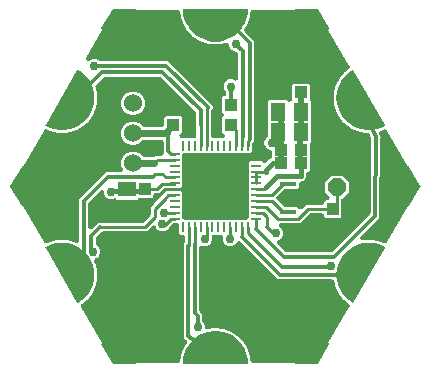
<source format=gbr>
G04 EAGLE Gerber RS-274X export*
G75*
%MOMM*%
%FSLAX34Y34*%
%LPD*%
%INBottom Copper*%
%IPPOS*%
%AMOC8*
5,1,8,0,0,1.08239X$1,22.5*%
G01*
%ADD10R,1.300000X1.500000*%
%ADD11R,1.000000X1.100000*%
%ADD12R,1.500000X1.300000*%
%ADD13R,1.100000X1.000000*%
%ADD14P,1.649562X8X22.500000*%
%ADD15C,1.524000*%
%ADD16C,1.000000*%
%ADD17R,0.812800X0.254000*%
%ADD18R,0.254000X0.812800*%
%ADD19R,5.384800X5.384800*%
%ADD20R,1.399997X0.400000*%
%ADD21C,0.406400*%
%ADD22C,0.756400*%
%ADD23C,0.254000*%
%ADD24C,0.508000*%
%ADD25C,0.304800*%
%ADD26C,0.609600*%

G36*
X920396Y490437D02*
X920396Y490437D01*
X920423Y490435D01*
X920597Y490457D01*
X920770Y490475D01*
X920796Y490482D01*
X920822Y490486D01*
X920988Y490541D01*
X921155Y490593D01*
X921179Y490605D01*
X921204Y490614D01*
X921356Y490701D01*
X921509Y490784D01*
X921530Y490801D01*
X921553Y490815D01*
X921806Y491030D01*
X953040Y522264D01*
X953052Y522278D01*
X953065Y522289D01*
X953179Y522433D01*
X953295Y522575D01*
X953304Y522591D01*
X953315Y522605D01*
X953398Y522770D01*
X953484Y522931D01*
X953489Y522948D01*
X953497Y522964D01*
X953547Y523142D01*
X953599Y523317D01*
X953600Y523335D01*
X953605Y523352D01*
X953635Y523682D01*
X954177Y586404D01*
X954173Y586438D01*
X954176Y586471D01*
X954155Y586638D01*
X954140Y586805D01*
X954130Y586837D01*
X954126Y586871D01*
X954027Y587187D01*
X952911Y589929D01*
X952875Y589998D01*
X952847Y590070D01*
X952781Y590175D01*
X952723Y590285D01*
X952674Y590345D01*
X952632Y590411D01*
X952547Y590501D01*
X952468Y590597D01*
X952408Y590646D01*
X952354Y590703D01*
X952253Y590774D01*
X952157Y590852D01*
X952089Y590889D01*
X952025Y590934D01*
X951911Y590983D01*
X951802Y591041D01*
X951727Y591064D01*
X951656Y591095D01*
X951500Y591132D01*
X951416Y591157D01*
X951379Y591160D01*
X951333Y591171D01*
X950138Y591352D01*
X950071Y591355D01*
X949836Y591375D01*
X948948Y591375D01*
X948905Y591405D01*
X948791Y591455D01*
X948680Y591514D01*
X948607Y591536D01*
X948537Y591566D01*
X948378Y591604D01*
X948294Y591629D01*
X948258Y591632D01*
X948214Y591643D01*
X947357Y591772D01*
X947280Y591776D01*
X947205Y591789D01*
X947079Y591786D01*
X946954Y591792D01*
X946879Y591781D01*
X946802Y591779D01*
X946680Y591752D01*
X946570Y591735D01*
X945728Y591995D01*
X945662Y592008D01*
X945432Y592063D01*
X944555Y592195D01*
X944517Y592231D01*
X944411Y592298D01*
X944310Y592373D01*
X944241Y592405D01*
X944176Y592446D01*
X944025Y592507D01*
X943946Y592544D01*
X943911Y592552D01*
X943868Y592569D01*
X943040Y592825D01*
X942965Y592840D01*
X942892Y592865D01*
X942768Y592880D01*
X942645Y592905D01*
X942569Y592905D01*
X942493Y592915D01*
X942368Y592906D01*
X942256Y592906D01*
X941463Y593289D01*
X941399Y593312D01*
X941180Y593400D01*
X940332Y593661D01*
X940300Y593703D01*
X940205Y593784D01*
X940117Y593873D01*
X940053Y593916D01*
X939995Y593966D01*
X939855Y594048D01*
X939782Y594097D01*
X939749Y594110D01*
X939709Y594134D01*
X938928Y594510D01*
X938857Y594536D01*
X938788Y594571D01*
X938668Y594605D01*
X938550Y594648D01*
X938474Y594659D01*
X938401Y594680D01*
X938276Y594690D01*
X938166Y594707D01*
X937438Y595203D01*
X937378Y595236D01*
X937175Y595355D01*
X936376Y595740D01*
X936350Y595786D01*
X936268Y595881D01*
X936194Y595982D01*
X936138Y596033D01*
X936088Y596091D01*
X935961Y596194D01*
X935896Y596253D01*
X935866Y596271D01*
X935830Y596300D01*
X935114Y596789D01*
X935046Y596825D01*
X934984Y596870D01*
X934871Y596921D01*
X934760Y596982D01*
X934687Y597004D01*
X934618Y597036D01*
X934495Y597064D01*
X934389Y597097D01*
X933743Y597696D01*
X933690Y597737D01*
X933506Y597886D01*
X932773Y598386D01*
X932754Y598435D01*
X932688Y598541D01*
X932630Y598652D01*
X932581Y598711D01*
X932541Y598776D01*
X932430Y598896D01*
X932375Y598964D01*
X932348Y598987D01*
X932317Y599021D01*
X931681Y599611D01*
X931620Y599657D01*
X931566Y599710D01*
X931461Y599778D01*
X931361Y599854D01*
X931292Y599887D01*
X931228Y599929D01*
X931111Y599975D01*
X931011Y600023D01*
X930461Y600712D01*
X930415Y600760D01*
X930255Y600935D01*
X929605Y601539D01*
X929594Y601590D01*
X929544Y601705D01*
X929503Y601823D01*
X929464Y601889D01*
X929433Y601959D01*
X929342Y602095D01*
X929298Y602170D01*
X929274Y602196D01*
X929248Y602235D01*
X928708Y602912D01*
X928655Y602967D01*
X928608Y603028D01*
X928515Y603111D01*
X928427Y603201D01*
X928364Y603244D01*
X928307Y603295D01*
X928198Y603358D01*
X928106Y603420D01*
X927666Y604184D01*
X927627Y604238D01*
X927495Y604435D01*
X926942Y605129D01*
X926939Y605181D01*
X926906Y605302D01*
X926883Y605425D01*
X926855Y605496D01*
X926835Y605570D01*
X926765Y605717D01*
X926733Y605798D01*
X926713Y605828D01*
X926693Y605870D01*
X926260Y606621D01*
X926215Y606683D01*
X926179Y606750D01*
X926098Y606846D01*
X926025Y606948D01*
X925969Y607000D01*
X925920Y607058D01*
X925822Y607137D01*
X925741Y607213D01*
X925419Y608033D01*
X925388Y608093D01*
X925287Y608307D01*
X924844Y609075D01*
X924848Y609127D01*
X924835Y609252D01*
X924830Y609377D01*
X924812Y609451D01*
X924804Y609527D01*
X924757Y609684D01*
X924737Y609769D01*
X924722Y609801D01*
X924708Y609845D01*
X924392Y610652D01*
X924357Y610720D01*
X924331Y610792D01*
X924266Y610899D01*
X924209Y611011D01*
X924161Y611071D01*
X924121Y611136D01*
X924036Y611228D01*
X923967Y611315D01*
X923771Y612174D01*
X923749Y612238D01*
X923681Y612464D01*
X923357Y613290D01*
X923370Y613341D01*
X923375Y613466D01*
X923389Y613591D01*
X923382Y613667D01*
X923385Y613744D01*
X923362Y613905D01*
X923355Y613992D01*
X923345Y614026D01*
X923338Y614072D01*
X923146Y614917D01*
X923121Y614990D01*
X923106Y615065D01*
X923057Y615180D01*
X923018Y615299D01*
X922980Y615365D01*
X922950Y615436D01*
X922879Y615540D01*
X922824Y615636D01*
X922758Y616515D01*
X922747Y616581D01*
X922713Y616815D01*
X922516Y617680D01*
X922536Y617729D01*
X922559Y617851D01*
X922592Y617972D01*
X922597Y618049D01*
X922611Y618124D01*
X922612Y618287D01*
X922618Y618374D01*
X922613Y618410D01*
X922613Y618456D01*
X922549Y619320D01*
X922536Y619396D01*
X922532Y619472D01*
X922501Y619593D01*
X922479Y619717D01*
X922452Y619788D01*
X922433Y619862D01*
X922378Y619975D01*
X922338Y620079D01*
X922404Y620958D01*
X922402Y621026D01*
X922404Y621261D01*
X922338Y622146D01*
X922365Y622191D01*
X922406Y622309D01*
X922457Y622424D01*
X922473Y622499D01*
X922498Y622571D01*
X922524Y622733D01*
X922542Y622817D01*
X922543Y622853D01*
X922550Y622899D01*
X922615Y623763D01*
X922613Y623840D01*
X922621Y623916D01*
X922609Y624040D01*
X922605Y624166D01*
X922589Y624240D01*
X922581Y624316D01*
X922544Y624436D01*
X922520Y624545D01*
X922716Y625404D01*
X922724Y625471D01*
X922761Y625704D01*
X922828Y626589D01*
X922861Y626629D01*
X922920Y626740D01*
X922986Y626846D01*
X923014Y626917D01*
X923050Y626985D01*
X923099Y627141D01*
X923130Y627222D01*
X923136Y627258D01*
X923150Y627301D01*
X923343Y628147D01*
X923352Y628222D01*
X923371Y628297D01*
X923378Y628422D01*
X923393Y628546D01*
X923388Y628622D01*
X923391Y628699D01*
X923373Y628823D01*
X923365Y628934D01*
X923687Y629754D01*
X923705Y629819D01*
X923777Y630044D01*
X923974Y630909D01*
X924013Y630944D01*
X924088Y631045D01*
X924169Y631140D01*
X924207Y631206D01*
X924253Y631268D01*
X924324Y631414D01*
X924367Y631490D01*
X924378Y631524D01*
X924399Y631566D01*
X924716Y632372D01*
X924736Y632446D01*
X924766Y632517D01*
X924791Y632639D01*
X924825Y632760D01*
X924831Y632836D01*
X924846Y632911D01*
X924846Y633037D01*
X924855Y633148D01*
X925295Y633911D01*
X925323Y633972D01*
X925427Y634184D01*
X925752Y635010D01*
X925795Y635039D01*
X925884Y635127D01*
X925979Y635209D01*
X926026Y635269D01*
X926080Y635323D01*
X926173Y635457D01*
X926227Y635526D01*
X926243Y635558D01*
X926269Y635596D01*
X926703Y636347D01*
X926734Y636416D01*
X926774Y636482D01*
X926817Y636599D01*
X926869Y636713D01*
X926886Y636788D01*
X926912Y636860D01*
X926931Y636984D01*
X926956Y637093D01*
X927506Y637781D01*
X927542Y637838D01*
X927677Y638032D01*
X928121Y638800D01*
X928168Y638822D01*
X928269Y638897D01*
X928375Y638963D01*
X928431Y639016D01*
X928492Y639061D01*
X928592Y639167D01*
X928609Y639181D01*
X928620Y639195D01*
X928668Y639240D01*
X928688Y639269D01*
X928720Y639303D01*
X929260Y639980D01*
X929302Y640044D01*
X929351Y640103D01*
X929411Y640213D01*
X929479Y640318D01*
X929507Y640390D01*
X929544Y640457D01*
X929581Y640576D01*
X929622Y640680D01*
X930268Y641279D01*
X930312Y641329D01*
X930475Y641502D01*
X931028Y642195D01*
X931078Y642210D01*
X931189Y642268D01*
X931304Y642318D01*
X931367Y642362D01*
X931434Y642398D01*
X931563Y642499D01*
X931634Y642548D01*
X931659Y642574D01*
X931695Y642603D01*
X932331Y643192D01*
X932357Y643222D01*
X932383Y643244D01*
X932404Y643269D01*
X932439Y643300D01*
X932514Y643400D01*
X932598Y643494D01*
X932631Y643552D01*
X932636Y643557D01*
X932639Y643564D01*
X932682Y643621D01*
X932737Y643734D01*
X932793Y643830D01*
X933521Y644326D01*
X933572Y644369D01*
X933758Y644515D01*
X934409Y645119D01*
X934463Y645127D01*
X934580Y645168D01*
X934700Y645199D01*
X934770Y645234D01*
X934843Y645260D01*
X934975Y645335D01*
X935040Y645365D01*
X935047Y645371D01*
X935061Y645378D01*
X935090Y645400D01*
X935132Y645424D01*
X935140Y645429D01*
X935249Y645521D01*
X935363Y645606D01*
X935376Y645621D01*
X935380Y645623D01*
X935403Y645651D01*
X935448Y645688D01*
X935537Y645799D01*
X935632Y645905D01*
X935662Y645957D01*
X935699Y646003D01*
X935764Y646130D01*
X935837Y646252D01*
X935856Y646308D01*
X935883Y646361D01*
X935922Y646498D01*
X935969Y646632D01*
X935977Y646691D01*
X935993Y646748D01*
X936004Y646891D01*
X936024Y647031D01*
X936020Y647091D01*
X936024Y647150D01*
X936007Y647291D01*
X935999Y647433D01*
X935983Y647491D01*
X935976Y647550D01*
X935931Y647685D01*
X935895Y647822D01*
X935866Y647883D01*
X935850Y647932D01*
X935809Y648003D01*
X935753Y648122D01*
X918011Y678852D01*
X918639Y679149D01*
X918661Y679166D01*
X918688Y679176D01*
X918740Y679225D01*
X918798Y679268D01*
X918812Y679293D01*
X918833Y679312D01*
X918862Y679378D01*
X918898Y679440D01*
X918901Y679468D01*
X918913Y679494D01*
X918914Y679566D01*
X918923Y679637D01*
X918915Y679664D01*
X918916Y679693D01*
X918880Y679788D01*
X918869Y679828D01*
X918862Y679837D01*
X918858Y679849D01*
X909358Y696349D01*
X909306Y696408D01*
X909260Y696470D01*
X909241Y696481D01*
X909226Y696498D01*
X909156Y696532D01*
X909089Y696572D01*
X909065Y696576D01*
X909047Y696584D01*
X909002Y696586D01*
X908925Y696599D01*
X889925Y696599D01*
X889897Y696594D01*
X889869Y696596D01*
X889801Y696574D01*
X889730Y696560D01*
X889707Y696544D01*
X889680Y696535D01*
X889625Y696488D01*
X889566Y696447D01*
X889551Y696423D01*
X889530Y696405D01*
X889498Y696340D01*
X889459Y696280D01*
X889454Y696252D01*
X889442Y696226D01*
X889433Y696125D01*
X889426Y696083D01*
X889428Y696073D01*
X889427Y696060D01*
X889484Y695345D01*
X853948Y695345D01*
X853805Y695331D01*
X853660Y695325D01*
X853604Y695311D01*
X853547Y695305D01*
X853410Y695263D01*
X853269Y695229D01*
X853217Y695204D01*
X853162Y695187D01*
X853035Y695119D01*
X852905Y695057D01*
X852859Y695023D01*
X852808Y694995D01*
X852697Y694903D01*
X852582Y694817D01*
X852543Y694775D01*
X852499Y694738D01*
X852409Y694625D01*
X852312Y694518D01*
X852283Y694469D01*
X852247Y694424D01*
X852180Y694296D01*
X852107Y694172D01*
X852088Y694118D01*
X852061Y694067D01*
X852021Y693928D01*
X851974Y693792D01*
X851963Y693727D01*
X851950Y693680D01*
X851943Y693597D01*
X851922Y693464D01*
X851921Y693447D01*
X851923Y693371D01*
X851915Y693296D01*
X851917Y693279D01*
X851917Y693278D01*
X851918Y693270D01*
X851928Y693171D01*
X851931Y693045D01*
X851948Y692971D01*
X851955Y692895D01*
X851992Y692775D01*
X852017Y692667D01*
X851821Y691808D01*
X851817Y691775D01*
X851810Y691752D01*
X851805Y691697D01*
X851775Y691508D01*
X851709Y690623D01*
X851676Y690582D01*
X851617Y690471D01*
X851551Y690366D01*
X851523Y690294D01*
X851488Y690226D01*
X851438Y690071D01*
X851407Y689989D01*
X851401Y689954D01*
X851388Y689910D01*
X851195Y689067D01*
X851186Y688991D01*
X851167Y688917D01*
X851161Y688792D01*
X851145Y688668D01*
X851150Y688592D01*
X851147Y688515D01*
X851165Y688391D01*
X851173Y688280D01*
X850851Y687460D01*
X850833Y687395D01*
X850762Y687170D01*
X850565Y686304D01*
X850526Y686269D01*
X850451Y686169D01*
X850369Y686074D01*
X850332Y686007D01*
X850286Y685946D01*
X850215Y685799D01*
X850172Y685723D01*
X850161Y685689D01*
X850140Y685648D01*
X849824Y684843D01*
X849804Y684769D01*
X849774Y684699D01*
X849749Y684576D01*
X849715Y684455D01*
X849709Y684379D01*
X849694Y684304D01*
X849694Y684179D01*
X849686Y684067D01*
X849245Y683304D01*
X849218Y683244D01*
X849113Y683031D01*
X848789Y682205D01*
X848746Y682176D01*
X848657Y682087D01*
X848562Y682006D01*
X848515Y681946D01*
X848461Y681892D01*
X848368Y681757D01*
X848314Y681689D01*
X848298Y681657D01*
X848272Y681619D01*
X847840Y680870D01*
X847808Y680800D01*
X847768Y680735D01*
X847725Y680617D01*
X847674Y680503D01*
X847657Y680429D01*
X847630Y680357D01*
X847612Y680233D01*
X847587Y680124D01*
X847275Y679733D01*
X847218Y679645D01*
X847152Y679562D01*
X847109Y679476D01*
X847056Y679395D01*
X847018Y679297D01*
X846970Y679203D01*
X846944Y679110D01*
X846909Y679021D01*
X846890Y678917D01*
X846862Y678815D01*
X846855Y678719D01*
X846838Y678624D01*
X846840Y678519D01*
X846833Y678413D01*
X846845Y678318D01*
X846847Y678222D01*
X846870Y678119D01*
X846883Y678014D01*
X846914Y677923D01*
X846935Y677829D01*
X846978Y677732D01*
X847011Y677632D01*
X847059Y677549D01*
X847098Y677461D01*
X847159Y677375D01*
X847212Y677283D01*
X847287Y677195D01*
X847331Y677133D01*
X847374Y677092D01*
X847427Y677030D01*
X855230Y669227D01*
X855230Y584622D01*
X853984Y583375D01*
X853967Y583355D01*
X853946Y583337D01*
X853839Y583199D01*
X853729Y583064D01*
X853716Y583040D01*
X853700Y583019D01*
X853622Y582862D01*
X853540Y582708D01*
X853532Y582683D01*
X853520Y582658D01*
X853475Y582489D01*
X853425Y582322D01*
X853423Y582296D01*
X853416Y582270D01*
X853389Y581939D01*
X853389Y575633D01*
X852049Y574293D01*
X796163Y574293D01*
X796145Y574291D01*
X796127Y574293D01*
X795945Y574272D01*
X795762Y574253D01*
X795745Y574248D01*
X795728Y574246D01*
X795553Y574189D01*
X795377Y574135D01*
X795362Y574127D01*
X795345Y574121D01*
X795185Y574031D01*
X795023Y573943D01*
X795010Y573932D01*
X794994Y573923D01*
X794855Y573803D01*
X794714Y573686D01*
X794703Y573672D01*
X794689Y573660D01*
X794577Y573515D01*
X794462Y573372D01*
X794454Y573356D01*
X794443Y573342D01*
X794361Y573177D01*
X794276Y573015D01*
X794271Y572998D01*
X794263Y572982D01*
X794216Y572803D01*
X794165Y572628D01*
X794163Y572610D01*
X794159Y572593D01*
X794132Y572262D01*
X794132Y546384D01*
X792784Y545036D01*
X792772Y545022D01*
X792759Y545010D01*
X792645Y544866D01*
X792529Y544724D01*
X792520Y544709D01*
X792509Y544695D01*
X792426Y544530D01*
X792340Y544369D01*
X792335Y544352D01*
X792327Y544336D01*
X792277Y544158D01*
X792225Y543983D01*
X792224Y543965D01*
X792219Y543948D01*
X792205Y543765D01*
X792189Y543582D01*
X792191Y543564D01*
X792189Y543546D01*
X792212Y543364D01*
X792232Y543181D01*
X792238Y543164D01*
X792240Y543147D01*
X792298Y542973D01*
X792354Y542798D01*
X792362Y542782D01*
X792368Y542765D01*
X792460Y542606D01*
X792549Y542445D01*
X792560Y542432D01*
X792569Y542416D01*
X792784Y542163D01*
X794132Y540815D01*
X794132Y519938D01*
X794134Y519920D01*
X794132Y519902D01*
X794153Y519720D01*
X794172Y519537D01*
X794177Y519520D01*
X794179Y519503D01*
X794236Y519328D01*
X794290Y519152D01*
X794298Y519137D01*
X794304Y519120D01*
X794394Y518960D01*
X794482Y518798D01*
X794493Y518785D01*
X794502Y518769D01*
X794622Y518630D01*
X794739Y518489D01*
X794753Y518478D01*
X794765Y518464D01*
X794910Y518352D01*
X795053Y518237D01*
X795069Y518229D01*
X795083Y518218D01*
X795248Y518136D01*
X795410Y518051D01*
X795427Y518046D01*
X795443Y518038D01*
X795622Y517991D01*
X795797Y517940D01*
X795815Y517938D01*
X795832Y517934D01*
X796163Y517907D01*
X848487Y517907D01*
X848505Y517909D01*
X848523Y517907D01*
X848705Y517928D01*
X848888Y517947D01*
X848905Y517952D01*
X848922Y517954D01*
X849097Y518011D01*
X849273Y518065D01*
X849288Y518073D01*
X849305Y518079D01*
X849465Y518169D01*
X849627Y518257D01*
X849640Y518268D01*
X849656Y518277D01*
X849795Y518397D01*
X849936Y518514D01*
X849947Y518528D01*
X849961Y518540D01*
X850073Y518685D01*
X850188Y518828D01*
X850196Y518844D01*
X850207Y518858D01*
X850289Y519023D01*
X850374Y519185D01*
X850379Y519202D01*
X850387Y519218D01*
X850434Y519397D01*
X850485Y519572D01*
X850487Y519590D01*
X850491Y519607D01*
X850518Y519938D01*
X850518Y565821D01*
X851858Y567161D01*
X861880Y567161D01*
X862629Y566412D01*
X862642Y566401D01*
X862654Y566387D01*
X862799Y566273D01*
X862940Y566157D01*
X862956Y566149D01*
X862970Y566138D01*
X863134Y566054D01*
X863296Y565968D01*
X863313Y565963D01*
X863329Y565955D01*
X863506Y565906D01*
X863682Y565854D01*
X863700Y565852D01*
X863717Y565847D01*
X863900Y565834D01*
X864083Y565817D01*
X864101Y565819D01*
X864118Y565818D01*
X864300Y565841D01*
X864483Y565861D01*
X864500Y565866D01*
X864518Y565868D01*
X864691Y565927D01*
X864867Y565982D01*
X864883Y565991D01*
X864900Y565997D01*
X865058Y566088D01*
X865219Y566177D01*
X865233Y566189D01*
X865248Y566197D01*
X865501Y566412D01*
X868297Y569208D01*
X868681Y569367D01*
X868701Y569378D01*
X868722Y569385D01*
X868878Y569473D01*
X869036Y569557D01*
X869053Y569571D01*
X869073Y569582D01*
X869208Y569700D01*
X869346Y569814D01*
X869361Y569831D01*
X869377Y569846D01*
X869487Y569987D01*
X869600Y570126D01*
X869611Y570146D01*
X869624Y570164D01*
X869704Y570324D01*
X869787Y570483D01*
X869793Y570504D01*
X869803Y570524D01*
X869850Y570698D01*
X869900Y570869D01*
X869902Y570891D01*
X869908Y570913D01*
X869935Y571244D01*
X869935Y575090D01*
X869933Y575112D01*
X869935Y575134D01*
X869913Y575311D01*
X869895Y575490D01*
X869889Y575512D01*
X869886Y575534D01*
X869830Y575704D01*
X869777Y575875D01*
X869766Y575895D01*
X869759Y575916D01*
X869671Y576072D01*
X869585Y576229D01*
X869571Y576246D01*
X869560Y576266D01*
X869442Y576401D01*
X869328Y576538D01*
X869310Y576552D01*
X869296Y576569D01*
X869153Y576679D01*
X869014Y576791D01*
X868994Y576801D01*
X868976Y576815D01*
X868681Y576966D01*
X866512Y577865D01*
X864805Y579572D01*
X863881Y581802D01*
X863881Y584217D01*
X864805Y586447D01*
X866150Y587791D01*
X866167Y587812D01*
X866187Y587830D01*
X866294Y587967D01*
X866405Y588103D01*
X866417Y588127D01*
X866434Y588148D01*
X866512Y588305D01*
X866593Y588459D01*
X866601Y588484D01*
X866613Y588508D01*
X866658Y588677D01*
X866708Y588845D01*
X866710Y588871D01*
X866717Y588897D01*
X866745Y589228D01*
X866745Y617650D01*
X868084Y618990D01*
X882978Y618990D01*
X883595Y618373D01*
X883609Y618362D01*
X883620Y618349D01*
X883764Y618235D01*
X883906Y618118D01*
X883922Y618110D01*
X883936Y618099D01*
X884100Y618016D01*
X884262Y617930D01*
X884279Y617925D01*
X884295Y617917D01*
X884471Y617867D01*
X884648Y617815D01*
X884666Y617813D01*
X884683Y617809D01*
X884865Y617795D01*
X885049Y617778D01*
X885067Y617780D01*
X885084Y617779D01*
X885266Y617802D01*
X885449Y617822D01*
X885466Y617827D01*
X885484Y617829D01*
X885657Y617888D01*
X885833Y617943D01*
X885849Y617952D01*
X885865Y617958D01*
X886024Y618049D01*
X886185Y618138D01*
X886199Y618150D01*
X886214Y618159D01*
X886467Y618373D01*
X886571Y618477D01*
X886588Y618498D01*
X886609Y618515D01*
X886715Y618653D01*
X886826Y618788D01*
X886839Y618812D01*
X886855Y618834D01*
X886933Y618990D01*
X887015Y619144D01*
X887023Y619170D01*
X887035Y619194D01*
X887080Y619363D01*
X887130Y619530D01*
X887132Y619557D01*
X887139Y619583D01*
X887166Y619914D01*
X887166Y631653D01*
X888506Y632993D01*
X901400Y632993D01*
X902740Y631653D01*
X902740Y619070D01*
X902743Y619043D01*
X902741Y619016D01*
X902762Y618843D01*
X902780Y618669D01*
X902788Y618644D01*
X902791Y618617D01*
X902847Y618451D01*
X902898Y618284D01*
X902911Y618261D01*
X902919Y618235D01*
X903007Y618084D01*
X903090Y617930D01*
X903107Y617910D01*
X903120Y617886D01*
X903318Y617653D01*
X903318Y583293D01*
X903104Y583079D01*
X903087Y583058D01*
X903066Y583041D01*
X902960Y582903D01*
X902848Y582768D01*
X902836Y582744D01*
X902820Y582723D01*
X902742Y582567D01*
X902660Y582412D01*
X902652Y582386D01*
X902640Y582362D01*
X902595Y582193D01*
X902545Y582026D01*
X902543Y581999D01*
X902536Y581973D01*
X902509Y581643D01*
X902509Y559600D01*
X901169Y558260D01*
X901072Y558260D01*
X901054Y558258D01*
X901036Y558260D01*
X900854Y558238D01*
X900671Y558220D01*
X900654Y558215D01*
X900636Y558213D01*
X900462Y558156D01*
X900286Y558102D01*
X900271Y558094D01*
X900254Y558088D01*
X900093Y557998D01*
X899932Y557910D01*
X899919Y557899D01*
X899903Y557890D01*
X899764Y557770D01*
X899623Y557653D01*
X899612Y557639D01*
X899598Y557627D01*
X899485Y557482D01*
X899371Y557339D01*
X899362Y557323D01*
X899352Y557309D01*
X899270Y557144D01*
X899185Y556982D01*
X899180Y556964D01*
X899172Y556948D01*
X899124Y556770D01*
X899074Y556595D01*
X899072Y556577D01*
X899068Y556560D01*
X899041Y556229D01*
X899041Y553669D01*
X898383Y552081D01*
X897168Y550867D01*
X895581Y550209D01*
X895159Y550209D01*
X895141Y550207D01*
X895123Y550209D01*
X894941Y550187D01*
X894758Y550169D01*
X894741Y550164D01*
X894723Y550162D01*
X894549Y550105D01*
X894373Y550051D01*
X894357Y550043D01*
X894340Y550037D01*
X894180Y549947D01*
X894019Y549859D01*
X894005Y549848D01*
X893990Y549839D01*
X893851Y549719D01*
X893710Y549602D01*
X893699Y549588D01*
X893685Y549576D01*
X893573Y549431D01*
X893457Y549288D01*
X893449Y549272D01*
X893438Y549258D01*
X893356Y549093D01*
X893272Y548930D01*
X893267Y548913D01*
X893259Y548897D01*
X893211Y548719D01*
X893161Y548544D01*
X893159Y548526D01*
X893154Y548509D01*
X893127Y548178D01*
X893127Y545231D01*
X891788Y543891D01*
X881550Y543891D01*
X881524Y543889D01*
X881497Y543891D01*
X881323Y543869D01*
X881150Y543851D01*
X881124Y543844D01*
X881097Y543840D01*
X880932Y543785D01*
X880765Y543733D01*
X880741Y543721D01*
X880716Y543712D01*
X880564Y543625D01*
X880411Y543542D01*
X880390Y543525D01*
X880367Y543511D01*
X880114Y543296D01*
X874432Y537614D01*
X874421Y537601D01*
X874407Y537589D01*
X874293Y537445D01*
X874177Y537303D01*
X874169Y537287D01*
X874157Y537273D01*
X874074Y537109D01*
X873988Y536947D01*
X873983Y536930D01*
X873975Y536914D01*
X873926Y536737D01*
X873873Y536561D01*
X873872Y536544D01*
X873867Y536526D01*
X873854Y536343D01*
X873837Y536160D01*
X873839Y536143D01*
X873838Y536125D01*
X873861Y535943D01*
X873880Y535760D01*
X873886Y535743D01*
X873888Y535725D01*
X873946Y535552D01*
X874002Y535376D01*
X874011Y535361D01*
X874016Y535344D01*
X874108Y535184D01*
X874197Y535024D01*
X874208Y535010D01*
X874217Y534995D01*
X874432Y534742D01*
X880114Y529060D01*
X880135Y529043D01*
X880152Y529023D01*
X880290Y528916D01*
X880425Y528805D01*
X880449Y528792D01*
X880470Y528776D01*
X880627Y528698D01*
X880781Y528616D01*
X880807Y528609D01*
X880831Y528597D01*
X881000Y528551D01*
X881167Y528501D01*
X881194Y528499D01*
X881220Y528492D01*
X881550Y528465D01*
X891788Y528465D01*
X893021Y527232D01*
X893035Y527221D01*
X893046Y527207D01*
X893190Y527093D01*
X893332Y526977D01*
X893348Y526969D01*
X893362Y526957D01*
X893526Y526874D01*
X893688Y526788D01*
X893705Y526783D01*
X893721Y526775D01*
X893898Y526726D01*
X894074Y526673D01*
X894092Y526672D01*
X894109Y526667D01*
X894292Y526654D01*
X894475Y526637D01*
X894493Y526639D01*
X894510Y526638D01*
X894692Y526661D01*
X894875Y526680D01*
X894892Y526686D01*
X894910Y526688D01*
X895083Y526746D01*
X895259Y526802D01*
X895275Y526811D01*
X895292Y526816D01*
X895450Y526908D01*
X895611Y526997D01*
X895625Y527008D01*
X895640Y527017D01*
X895893Y527232D01*
X896358Y527697D01*
X899037Y530375D01*
X912226Y530375D01*
X912244Y530377D01*
X912261Y530376D01*
X912444Y530397D01*
X912626Y530415D01*
X912643Y530421D01*
X912661Y530423D01*
X912836Y530480D01*
X913011Y530534D01*
X913027Y530542D01*
X913044Y530548D01*
X913204Y530638D01*
X913365Y530725D01*
X913379Y530737D01*
X913395Y530745D01*
X913534Y530866D01*
X913675Y530983D01*
X913686Y530997D01*
X913699Y531009D01*
X913812Y531154D01*
X913927Y531297D01*
X913935Y531313D01*
X913946Y531327D01*
X914028Y531492D01*
X914112Y531654D01*
X914117Y531671D01*
X914125Y531687D01*
X914173Y531865D01*
X914224Y532041D01*
X914225Y532059D01*
X914230Y532076D01*
X914257Y532407D01*
X914257Y533266D01*
X915597Y534605D01*
X916902Y534605D01*
X916911Y534606D01*
X916920Y534606D01*
X917112Y534626D01*
X917303Y534645D01*
X917312Y534648D01*
X917320Y534649D01*
X917503Y534707D01*
X917688Y534764D01*
X917696Y534768D01*
X917704Y534770D01*
X917873Y534864D01*
X918042Y534955D01*
X918049Y534961D01*
X918057Y534965D01*
X918204Y535090D01*
X918351Y535213D01*
X918357Y535220D01*
X918364Y535226D01*
X918482Y535376D01*
X918603Y535527D01*
X918608Y535535D01*
X918613Y535542D01*
X918701Y535714D01*
X918789Y535884D01*
X918791Y535893D01*
X918796Y535901D01*
X918847Y536087D01*
X918900Y536271D01*
X918901Y536280D01*
X918904Y536289D01*
X918918Y536481D01*
X918933Y536672D01*
X918932Y536681D01*
X918933Y536690D01*
X918909Y536883D01*
X918886Y537072D01*
X918884Y537081D01*
X918882Y537090D01*
X918821Y537272D01*
X918762Y537455D01*
X918757Y537463D01*
X918754Y537471D01*
X918658Y537638D01*
X918564Y537806D01*
X918558Y537812D01*
X918553Y537820D01*
X918339Y538073D01*
X915209Y541203D01*
X915209Y549410D01*
X921012Y555213D01*
X929219Y555213D01*
X935022Y549410D01*
X935022Y541203D01*
X929394Y535575D01*
X929383Y535561D01*
X929369Y535549D01*
X929255Y535404D01*
X929139Y535263D01*
X929131Y535247D01*
X929119Y535233D01*
X929036Y535069D01*
X928951Y534908D01*
X928945Y534890D01*
X928937Y534874D01*
X928888Y534697D01*
X928836Y534522D01*
X928834Y534503D01*
X928829Y534486D01*
X928816Y534304D01*
X928799Y534121D01*
X928801Y534102D01*
X928800Y534084D01*
X928823Y533903D01*
X928830Y533834D01*
X928830Y520372D01*
X927491Y519032D01*
X915597Y519032D01*
X914257Y520372D01*
X914257Y521231D01*
X914255Y521249D01*
X914257Y521266D01*
X914235Y521449D01*
X914217Y521631D01*
X914212Y521648D01*
X914210Y521666D01*
X914153Y521841D01*
X914099Y522016D01*
X914090Y522032D01*
X914085Y522049D01*
X913995Y522209D01*
X913907Y522370D01*
X913896Y522384D01*
X913887Y522400D01*
X913767Y522539D01*
X913649Y522680D01*
X913636Y522691D01*
X913624Y522704D01*
X913479Y522817D01*
X913336Y522932D01*
X913320Y522940D01*
X913306Y522951D01*
X913141Y523033D01*
X912978Y523117D01*
X912961Y523122D01*
X912945Y523130D01*
X912767Y523178D01*
X912591Y523229D01*
X912574Y523230D01*
X912556Y523235D01*
X912226Y523262D01*
X902825Y523262D01*
X902798Y523259D01*
X902771Y523261D01*
X902598Y523239D01*
X902424Y523222D01*
X902399Y523214D01*
X902372Y523211D01*
X902206Y523155D01*
X902039Y523104D01*
X902016Y523091D01*
X901990Y523083D01*
X901839Y522995D01*
X901685Y522912D01*
X901665Y522895D01*
X901641Y522882D01*
X901388Y522667D01*
X893787Y515065D01*
X878355Y515065D01*
X878346Y515065D01*
X878337Y515065D01*
X878146Y515045D01*
X877955Y515026D01*
X877946Y515023D01*
X877937Y515022D01*
X877755Y514964D01*
X877570Y514907D01*
X877562Y514903D01*
X877553Y514900D01*
X877385Y514807D01*
X877216Y514716D01*
X877209Y514710D01*
X877201Y514706D01*
X877053Y514580D01*
X876906Y514458D01*
X876901Y514451D01*
X876894Y514445D01*
X876774Y514293D01*
X876654Y514144D01*
X876650Y514136D01*
X876644Y514129D01*
X876557Y513957D01*
X876469Y513787D01*
X876466Y513778D01*
X876462Y513770D01*
X876410Y513584D01*
X876357Y513400D01*
X876356Y513391D01*
X876354Y513382D01*
X876340Y513190D01*
X876324Y512999D01*
X876325Y512990D01*
X876325Y512981D01*
X876349Y512788D01*
X876371Y512599D01*
X876374Y512590D01*
X876375Y512581D01*
X876436Y512399D01*
X876496Y512216D01*
X876500Y512208D01*
X876503Y512200D01*
X876599Y512034D01*
X876694Y511865D01*
X876700Y511859D01*
X876704Y511851D01*
X876919Y511598D01*
X878667Y509850D01*
X879591Y507620D01*
X879591Y505205D01*
X878667Y502975D01*
X876960Y501268D01*
X875736Y500761D01*
X875724Y500754D01*
X875711Y500750D01*
X875547Y500660D01*
X875381Y500571D01*
X875370Y500562D01*
X875359Y500556D01*
X875216Y500434D01*
X875070Y500314D01*
X875062Y500304D01*
X875052Y500295D01*
X874936Y500148D01*
X874817Y500002D01*
X874811Y499990D01*
X874802Y499979D01*
X874717Y499811D01*
X874630Y499645D01*
X874626Y499632D01*
X874620Y499620D01*
X874569Y499439D01*
X874517Y499259D01*
X874515Y499245D01*
X874512Y499232D01*
X874498Y499044D01*
X874482Y498858D01*
X874483Y498844D01*
X874482Y498831D01*
X874506Y498643D01*
X874527Y498457D01*
X874531Y498445D01*
X874533Y498431D01*
X874593Y498253D01*
X874650Y498074D01*
X874657Y498062D01*
X874661Y498050D01*
X874755Y497887D01*
X874847Y497723D01*
X874855Y497712D01*
X874862Y497701D01*
X875077Y497448D01*
X881495Y491030D01*
X881516Y491013D01*
X881533Y490992D01*
X881671Y490885D01*
X881807Y490774D01*
X881830Y490762D01*
X881851Y490746D01*
X882008Y490668D01*
X882162Y490586D01*
X882188Y490578D01*
X882212Y490566D01*
X882381Y490521D01*
X882548Y490471D01*
X882575Y490469D01*
X882601Y490462D01*
X882931Y490435D01*
X920370Y490435D01*
X920396Y490437D01*
G37*
G36*
X679051Y497870D02*
X679051Y497870D01*
X679193Y497868D01*
X679252Y497879D01*
X679311Y497882D01*
X679449Y497916D01*
X679589Y497942D01*
X679652Y497967D01*
X679702Y497979D01*
X679776Y498014D01*
X679899Y498061D01*
X679925Y498074D01*
X679991Y498114D01*
X680062Y498146D01*
X680163Y498219D01*
X680269Y498283D01*
X680326Y498336D01*
X680389Y498381D01*
X680473Y498472D01*
X680556Y498548D01*
X681398Y498808D01*
X681460Y498834D01*
X681680Y498918D01*
X682480Y499303D01*
X682532Y499295D01*
X682656Y499299D01*
X682782Y499294D01*
X682858Y499306D01*
X682934Y499309D01*
X683093Y499344D01*
X683179Y499358D01*
X683213Y499371D01*
X683258Y499381D01*
X684086Y499636D01*
X684157Y499666D01*
X684231Y499686D01*
X684342Y499744D01*
X684457Y499792D01*
X684521Y499835D01*
X684589Y499870D01*
X684687Y499948D01*
X684779Y500011D01*
X685651Y500142D01*
X685716Y500158D01*
X685947Y500209D01*
X686795Y500470D01*
X686844Y500454D01*
X686968Y500440D01*
X687092Y500417D01*
X687168Y500417D01*
X687244Y500409D01*
X687407Y500420D01*
X687494Y500421D01*
X687530Y500428D01*
X687575Y500431D01*
X688433Y500560D01*
X688507Y500579D01*
X688583Y500588D01*
X688702Y500628D01*
X688823Y500659D01*
X688892Y500692D01*
X688964Y500717D01*
X689073Y500779D01*
X689174Y500827D01*
X690055Y500827D01*
X690122Y500834D01*
X690357Y500850D01*
X691235Y500982D01*
X691282Y500958D01*
X691402Y500926D01*
X691521Y500884D01*
X691597Y500873D01*
X691670Y500854D01*
X691833Y500840D01*
X691919Y500828D01*
X691955Y500830D01*
X692001Y500826D01*
X692868Y500826D01*
X692944Y500834D01*
X693021Y500832D01*
X693144Y500853D01*
X693269Y500866D01*
X693342Y500888D01*
X693417Y500902D01*
X693534Y500947D01*
X693640Y500980D01*
X694512Y500848D01*
X694579Y500845D01*
X694814Y500825D01*
X695702Y500825D01*
X695745Y500795D01*
X695859Y500745D01*
X695970Y500686D01*
X696043Y500664D01*
X696113Y500634D01*
X696272Y500596D01*
X696356Y500571D01*
X696392Y500568D01*
X696436Y500557D01*
X697293Y500428D01*
X697370Y500424D01*
X697445Y500411D01*
X697571Y500414D01*
X697696Y500408D01*
X697771Y500419D01*
X697848Y500421D01*
X697970Y500448D01*
X698080Y500465D01*
X698922Y500205D01*
X698988Y500192D01*
X699218Y500137D01*
X700095Y500005D01*
X700133Y499969D01*
X700239Y499902D01*
X700340Y499827D01*
X700409Y499795D01*
X700474Y499754D01*
X700625Y499693D01*
X700704Y499656D01*
X700739Y499648D01*
X700782Y499631D01*
X701610Y499375D01*
X701685Y499360D01*
X701758Y499335D01*
X701882Y499320D01*
X702005Y499295D01*
X702081Y499295D01*
X702157Y499285D01*
X702282Y499294D01*
X702394Y499294D01*
X703187Y498911D01*
X703251Y498888D01*
X703470Y498800D01*
X704362Y498525D01*
X704480Y498501D01*
X704595Y498468D01*
X704677Y498461D01*
X704756Y498445D01*
X704877Y498445D01*
X704997Y498435D01*
X705078Y498444D01*
X705159Y498444D01*
X705277Y498468D01*
X705397Y498482D01*
X705474Y498507D01*
X705554Y498523D01*
X705665Y498569D01*
X705779Y498607D01*
X705850Y498647D01*
X705925Y498678D01*
X706025Y498745D01*
X706130Y498805D01*
X706192Y498858D01*
X706259Y498903D01*
X706344Y498989D01*
X706435Y499068D01*
X706484Y499132D01*
X706542Y499190D01*
X706608Y499291D01*
X706681Y499386D01*
X706718Y499459D01*
X706762Y499527D01*
X706807Y499638D01*
X706861Y499746D01*
X706882Y499825D01*
X706912Y499901D01*
X706934Y500019D01*
X706965Y500135D01*
X706973Y500230D01*
X706985Y500296D01*
X706984Y500366D01*
X706992Y500466D01*
X706992Y535375D01*
X709820Y538203D01*
X726638Y555021D01*
X729465Y557848D01*
X741901Y557848D01*
X741914Y557850D01*
X741928Y557848D01*
X742114Y557869D01*
X742302Y557888D01*
X742314Y557892D01*
X742328Y557894D01*
X742507Y557951D01*
X742686Y558006D01*
X742698Y558013D01*
X742711Y558017D01*
X742876Y558109D01*
X743040Y558198D01*
X743051Y558207D01*
X743062Y558213D01*
X743206Y558336D01*
X743350Y558456D01*
X743358Y558466D01*
X743368Y558475D01*
X743485Y558623D01*
X743602Y558770D01*
X743608Y558781D01*
X743617Y558792D01*
X743701Y558961D01*
X743788Y559127D01*
X743791Y559140D01*
X743797Y559152D01*
X743847Y559333D01*
X743899Y559514D01*
X743900Y559527D01*
X743904Y559540D01*
X743917Y559728D01*
X743932Y559915D01*
X743930Y559928D01*
X743931Y559942D01*
X743907Y560129D01*
X743885Y560315D01*
X743881Y560328D01*
X743879Y560341D01*
X743778Y560657D01*
X742568Y563576D01*
X742568Y567518D01*
X744076Y571159D01*
X746863Y573945D01*
X750504Y575454D01*
X754446Y575454D01*
X758087Y573945D01*
X760556Y571477D01*
X760576Y571460D01*
X760594Y571439D01*
X760732Y571332D01*
X760867Y571221D01*
X760891Y571209D01*
X760912Y571193D01*
X761068Y571115D01*
X761223Y571033D01*
X761248Y571025D01*
X761272Y571013D01*
X761441Y570968D01*
X761609Y570918D01*
X761635Y570916D01*
X761661Y570909D01*
X761992Y570882D01*
X769798Y570882D01*
X769824Y570884D01*
X769851Y570882D01*
X770025Y570904D01*
X770198Y570922D01*
X770224Y570929D01*
X770250Y570933D01*
X770416Y570988D01*
X770583Y571040D01*
X770607Y571052D01*
X770632Y571061D01*
X770784Y571148D01*
X770937Y571231D01*
X770958Y571248D01*
X770981Y571262D01*
X771234Y571477D01*
X771920Y572163D01*
X776399Y572163D01*
X776416Y572165D01*
X776434Y572163D01*
X776617Y572184D01*
X776799Y572203D01*
X776816Y572208D01*
X776834Y572210D01*
X777009Y572267D01*
X777184Y572321D01*
X777200Y572329D01*
X777217Y572335D01*
X777377Y572425D01*
X777538Y572513D01*
X777552Y572524D01*
X777567Y572533D01*
X777707Y572653D01*
X777847Y572770D01*
X777859Y572784D01*
X777872Y572796D01*
X777985Y572941D01*
X778100Y573084D01*
X778108Y573100D01*
X778119Y573114D01*
X778201Y573279D01*
X778285Y573441D01*
X778290Y573458D01*
X778298Y573474D01*
X778346Y573652D01*
X778397Y573828D01*
X778398Y573846D01*
X778403Y573863D01*
X778430Y574194D01*
X778430Y583581D01*
X778428Y583599D01*
X778430Y583616D01*
X778408Y583799D01*
X778390Y583982D01*
X778385Y583999D01*
X778383Y584016D01*
X778326Y584191D01*
X778272Y584366D01*
X778263Y584382D01*
X778258Y584399D01*
X778167Y584559D01*
X778080Y584720D01*
X778069Y584734D01*
X778060Y584750D01*
X777940Y584889D01*
X777822Y585030D01*
X777808Y585041D01*
X777797Y585054D01*
X777652Y585167D01*
X777509Y585282D01*
X777493Y585290D01*
X777479Y585301D01*
X777314Y585383D01*
X777151Y585468D01*
X777134Y585472D01*
X777118Y585480D01*
X776940Y585528D01*
X776764Y585579D01*
X776747Y585580D01*
X776729Y585585D01*
X776399Y585612D01*
X761992Y585612D01*
X761965Y585609D01*
X761939Y585611D01*
X761765Y585590D01*
X761591Y585572D01*
X761566Y585564D01*
X761539Y585561D01*
X761373Y585505D01*
X761206Y585454D01*
X761183Y585441D01*
X761157Y585433D01*
X761006Y585346D01*
X760852Y585262D01*
X760832Y585245D01*
X760809Y585232D01*
X760556Y585017D01*
X758087Y582548D01*
X754446Y581040D01*
X750504Y581040D01*
X746863Y582548D01*
X744076Y585335D01*
X742568Y588976D01*
X742568Y592918D01*
X744076Y596559D01*
X746863Y599345D01*
X750504Y600854D01*
X754446Y600854D01*
X758087Y599345D01*
X760556Y596877D01*
X760576Y596860D01*
X760594Y596839D01*
X760732Y596732D01*
X760867Y596621D01*
X760891Y596609D01*
X760912Y596593D01*
X761068Y596515D01*
X761223Y596433D01*
X761248Y596425D01*
X761272Y596413D01*
X761441Y596368D01*
X761609Y596318D01*
X761635Y596316D01*
X761661Y596309D01*
X761992Y596282D01*
X776180Y596282D01*
X776207Y596284D01*
X776233Y596282D01*
X776407Y596304D01*
X776581Y596322D01*
X776606Y596329D01*
X776633Y596333D01*
X776799Y596388D01*
X776966Y596440D01*
X776989Y596452D01*
X777015Y596461D01*
X777166Y596548D01*
X777320Y596631D01*
X777340Y596648D01*
X777363Y596662D01*
X777616Y596877D01*
X778225Y597485D01*
X778242Y597505D01*
X778262Y597523D01*
X778369Y597661D01*
X778480Y597796D01*
X778492Y597820D01*
X778509Y597841D01*
X778587Y597998D01*
X778668Y598152D01*
X778676Y598177D01*
X778688Y598201D01*
X778733Y598371D01*
X778783Y598538D01*
X778785Y598564D01*
X778792Y598590D01*
X778820Y598921D01*
X778820Y604269D01*
X780159Y605609D01*
X793053Y605609D01*
X794393Y604269D01*
X794393Y592375D01*
X792481Y590462D01*
X792475Y590455D01*
X792468Y590450D01*
X792348Y590300D01*
X792226Y590151D01*
X792221Y590143D01*
X792216Y590136D01*
X792127Y589966D01*
X792037Y589795D01*
X792034Y589786D01*
X792030Y589779D01*
X791977Y589594D01*
X791922Y589409D01*
X791921Y589400D01*
X791919Y589392D01*
X791903Y589201D01*
X791886Y589008D01*
X791887Y588999D01*
X791886Y588990D01*
X791908Y588800D01*
X791929Y588608D01*
X791932Y588599D01*
X791933Y588591D01*
X791992Y588408D01*
X792051Y588224D01*
X792055Y588216D01*
X792058Y588208D01*
X792153Y588039D01*
X792245Y587872D01*
X792251Y587865D01*
X792256Y587857D01*
X792382Y587711D01*
X792506Y587565D01*
X792513Y587559D01*
X792519Y587552D01*
X792671Y587434D01*
X792822Y587315D01*
X792830Y587311D01*
X792837Y587306D01*
X793009Y587220D01*
X793181Y587133D01*
X793189Y587130D01*
X793197Y587126D01*
X793383Y587076D01*
X793569Y587025D01*
X793578Y587024D01*
X793586Y587022D01*
X793917Y586995D01*
X804234Y586995D01*
X804252Y586997D01*
X804270Y586995D01*
X804452Y587016D01*
X804635Y587035D01*
X804652Y587040D01*
X804669Y587042D01*
X804844Y587099D01*
X805020Y587153D01*
X805035Y587161D01*
X805052Y587167D01*
X805212Y587257D01*
X805374Y587345D01*
X805387Y587356D01*
X805403Y587365D01*
X805542Y587485D01*
X805683Y587602D01*
X805694Y587616D01*
X805708Y587628D01*
X805820Y587773D01*
X805935Y587916D01*
X805943Y587932D01*
X805954Y587946D01*
X806036Y588111D01*
X806121Y588273D01*
X806126Y588290D01*
X806134Y588306D01*
X806181Y588485D01*
X806232Y588660D01*
X806234Y588678D01*
X806238Y588695D01*
X806265Y589026D01*
X806265Y594941D01*
X806263Y594967D01*
X806265Y594994D01*
X806243Y595168D01*
X806225Y595342D01*
X806218Y595367D01*
X806214Y595394D01*
X806159Y595559D01*
X806107Y595726D01*
X806094Y595750D01*
X806086Y595775D01*
X805999Y595927D01*
X805932Y596050D01*
X805932Y608095D01*
X805930Y608121D01*
X805932Y608148D01*
X805910Y608322D01*
X805892Y608495D01*
X805885Y608521D01*
X805881Y608548D01*
X805826Y608713D01*
X805774Y608880D01*
X805761Y608904D01*
X805753Y608929D01*
X805666Y609081D01*
X805582Y609234D01*
X805565Y609255D01*
X805552Y609278D01*
X805337Y609531D01*
X776391Y638477D01*
X776371Y638494D01*
X776353Y638514D01*
X776215Y638621D01*
X776080Y638732D01*
X776056Y638745D01*
X776035Y638761D01*
X775878Y638839D01*
X775724Y638921D01*
X775699Y638928D01*
X775675Y638940D01*
X775505Y638986D01*
X775338Y639035D01*
X775312Y639038D01*
X775286Y639045D01*
X774955Y639072D01*
X729112Y639072D01*
X729085Y639069D01*
X729058Y639071D01*
X728884Y639049D01*
X728711Y639032D01*
X728686Y639024D01*
X728659Y639021D01*
X728493Y638965D01*
X728326Y638914D01*
X728303Y638901D01*
X728277Y638893D01*
X728126Y638805D01*
X727972Y638722D01*
X727952Y638705D01*
X727928Y638692D01*
X727675Y638477D01*
X721364Y632166D01*
X721330Y632124D01*
X721291Y632088D01*
X721203Y631969D01*
X721109Y631854D01*
X721084Y631807D01*
X721052Y631764D01*
X720990Y631630D01*
X720920Y631499D01*
X720905Y631447D01*
X720883Y631399D01*
X720848Y631255D01*
X720806Y631113D01*
X720801Y631059D01*
X720788Y631007D01*
X720783Y630860D01*
X720769Y630712D01*
X720775Y630658D01*
X720773Y630605D01*
X720805Y630385D01*
X720813Y630311D01*
X720817Y630296D01*
X720820Y630277D01*
X720873Y630044D01*
X720895Y629980D01*
X720963Y629754D01*
X721287Y628928D01*
X721275Y628877D01*
X721270Y628752D01*
X721256Y628628D01*
X721263Y628551D01*
X721260Y628475D01*
X721283Y628314D01*
X721291Y628226D01*
X721301Y628192D01*
X721307Y628147D01*
X721500Y627301D01*
X721525Y627229D01*
X721540Y627154D01*
X721589Y627039D01*
X721628Y626920D01*
X721667Y626853D01*
X721697Y626783D01*
X721767Y626680D01*
X721823Y626583D01*
X721889Y625704D01*
X721900Y625638D01*
X721934Y625404D01*
X722132Y624539D01*
X722112Y624490D01*
X722089Y624367D01*
X722056Y624247D01*
X722051Y624170D01*
X722037Y624095D01*
X722036Y623932D01*
X722030Y623845D01*
X722035Y623809D01*
X722035Y623763D01*
X722100Y622899D01*
X722113Y622823D01*
X722117Y622747D01*
X722148Y622626D01*
X722170Y622502D01*
X722198Y622431D01*
X722217Y622357D01*
X722271Y622244D01*
X722311Y622140D01*
X722246Y621261D01*
X722248Y621194D01*
X722246Y620958D01*
X722313Y620073D01*
X722286Y620028D01*
X722244Y619910D01*
X722194Y619795D01*
X722178Y619720D01*
X722153Y619648D01*
X722127Y619487D01*
X722109Y619402D01*
X722108Y619366D01*
X722101Y619320D01*
X722037Y618456D01*
X722038Y618379D01*
X722031Y618303D01*
X722043Y618178D01*
X722047Y618053D01*
X722063Y617979D01*
X722071Y617903D01*
X722108Y617783D01*
X722133Y617674D01*
X721937Y616815D01*
X721929Y616748D01*
X721892Y616515D01*
X721826Y615630D01*
X721793Y615589D01*
X721734Y615479D01*
X721667Y615373D01*
X721640Y615301D01*
X721604Y615234D01*
X721555Y615078D01*
X721524Y614996D01*
X721518Y614961D01*
X721504Y614917D01*
X721312Y614072D01*
X721302Y613996D01*
X721283Y613922D01*
X721277Y613797D01*
X721262Y613673D01*
X721267Y613596D01*
X721263Y613520D01*
X721282Y613396D01*
X721290Y613285D01*
X720969Y612464D01*
X720950Y612399D01*
X720879Y612174D01*
X720682Y611309D01*
X720643Y611274D01*
X720569Y611173D01*
X720487Y611078D01*
X720449Y611012D01*
X720404Y610950D01*
X720332Y610804D01*
X720289Y610728D01*
X720278Y610693D01*
X720258Y610652D01*
X719942Y609845D01*
X719921Y609771D01*
X719891Y609701D01*
X719866Y609578D01*
X719832Y609458D01*
X719827Y609381D01*
X719812Y609306D01*
X719811Y609181D01*
X719803Y609070D01*
X719363Y608307D01*
X719335Y608245D01*
X719231Y608033D01*
X718907Y607207D01*
X718864Y607178D01*
X718775Y607089D01*
X718680Y607008D01*
X718633Y606948D01*
X718579Y606894D01*
X718486Y606759D01*
X718432Y606690D01*
X718416Y606658D01*
X718390Y606621D01*
X717957Y605870D01*
X717925Y605800D01*
X717885Y605735D01*
X717843Y605617D01*
X717791Y605503D01*
X717774Y605428D01*
X717748Y605356D01*
X717729Y605233D01*
X717704Y605124D01*
X717155Y604435D01*
X717119Y604378D01*
X716984Y604184D01*
X716541Y603415D01*
X716493Y603393D01*
X716392Y603319D01*
X716286Y603252D01*
X716231Y603200D01*
X716169Y603154D01*
X716057Y603035D01*
X715994Y602975D01*
X715973Y602946D01*
X715942Y602912D01*
X715402Y602235D01*
X715360Y602170D01*
X715311Y602112D01*
X715251Y602001D01*
X715183Y601896D01*
X715155Y601825D01*
X715119Y601758D01*
X715082Y601638D01*
X715041Y601534D01*
X714395Y600935D01*
X714350Y600884D01*
X714189Y600712D01*
X713636Y600018D01*
X713586Y600004D01*
X713475Y599945D01*
X713360Y599895D01*
X713297Y599851D01*
X713229Y599816D01*
X713101Y599715D01*
X713030Y599665D01*
X713005Y599639D01*
X712969Y599611D01*
X712333Y599021D01*
X712283Y598963D01*
X712225Y598913D01*
X712150Y598813D01*
X712067Y598719D01*
X712029Y598653D01*
X711982Y598592D01*
X711928Y598479D01*
X711872Y598382D01*
X711144Y597886D01*
X711092Y597842D01*
X710907Y597696D01*
X710257Y597093D01*
X710205Y597085D01*
X710086Y597044D01*
X709966Y597012D01*
X709897Y596978D01*
X709825Y596953D01*
X709683Y596872D01*
X709605Y596833D01*
X709576Y596811D01*
X709536Y596789D01*
X708820Y596300D01*
X708761Y596251D01*
X708697Y596209D01*
X708608Y596122D01*
X708512Y596041D01*
X708464Y595982D01*
X708409Y595928D01*
X708338Y595825D01*
X708269Y595738D01*
X707475Y595355D01*
X707418Y595320D01*
X707212Y595203D01*
X706479Y594703D01*
X706427Y594704D01*
X706304Y594680D01*
X706179Y594667D01*
X706107Y594643D01*
X706031Y594629D01*
X705879Y594571D01*
X705796Y594544D01*
X705765Y594526D01*
X705722Y594510D01*
X704941Y594134D01*
X704876Y594094D01*
X704806Y594062D01*
X704704Y593989D01*
X704597Y593924D01*
X704541Y593872D01*
X704479Y593827D01*
X704394Y593735D01*
X704312Y593659D01*
X703470Y593400D01*
X703408Y593373D01*
X703187Y593289D01*
X702388Y592903D01*
X702337Y592912D01*
X702211Y592907D01*
X702086Y592912D01*
X702011Y592900D01*
X701934Y592897D01*
X701775Y592862D01*
X701689Y592848D01*
X701655Y592835D01*
X701610Y592825D01*
X700782Y592569D01*
X700711Y592540D01*
X700638Y592519D01*
X700526Y592462D01*
X700411Y592413D01*
X700348Y592370D01*
X700279Y592335D01*
X700182Y592257D01*
X700089Y592194D01*
X699218Y592063D01*
X699153Y592046D01*
X698922Y591995D01*
X698074Y591733D01*
X698025Y591749D01*
X697900Y591763D01*
X697777Y591787D01*
X697700Y591786D01*
X697624Y591795D01*
X697462Y591783D01*
X697374Y591783D01*
X697339Y591775D01*
X697293Y591772D01*
X696436Y591643D01*
X696362Y591624D01*
X696286Y591614D01*
X696168Y591574D01*
X696046Y591543D01*
X695977Y591510D01*
X695905Y591486D01*
X695796Y591423D01*
X695696Y591375D01*
X694814Y591375D01*
X694748Y591368D01*
X694512Y591352D01*
X693634Y591219D01*
X693587Y591242D01*
X693467Y591275D01*
X693348Y591316D01*
X693273Y591327D01*
X693199Y591347D01*
X693036Y591360D01*
X692950Y591372D01*
X692914Y591370D01*
X692868Y591374D01*
X692001Y591374D01*
X691925Y591366D01*
X691849Y591368D01*
X691725Y591346D01*
X691600Y591334D01*
X691527Y591311D01*
X691452Y591298D01*
X691336Y591252D01*
X691229Y591219D01*
X690357Y591350D01*
X690290Y591354D01*
X690055Y591373D01*
X689167Y591373D01*
X689125Y591403D01*
X689010Y591453D01*
X688899Y591512D01*
X688826Y591533D01*
X688756Y591564D01*
X688597Y591601D01*
X688513Y591626D01*
X688477Y591629D01*
X688433Y591640D01*
X687575Y591769D01*
X687499Y591773D01*
X687424Y591786D01*
X687298Y591783D01*
X687173Y591789D01*
X687098Y591778D01*
X687021Y591776D01*
X686899Y591748D01*
X686789Y591731D01*
X685947Y591991D01*
X685881Y592004D01*
X685651Y592058D01*
X684773Y592190D01*
X684735Y592226D01*
X684629Y592293D01*
X684529Y592367D01*
X684459Y592400D01*
X684394Y592441D01*
X684243Y592501D01*
X684164Y592538D01*
X684129Y592547D01*
X684086Y592564D01*
X683258Y592819D01*
X683183Y592834D01*
X683110Y592859D01*
X682986Y592874D01*
X682863Y592899D01*
X682787Y592899D01*
X682711Y592909D01*
X682586Y592899D01*
X682474Y592900D01*
X681680Y593282D01*
X681617Y593305D01*
X681398Y593392D01*
X680550Y593654D01*
X680517Y593696D01*
X680423Y593777D01*
X680334Y593865D01*
X680270Y593908D01*
X680212Y593958D01*
X680072Y594040D01*
X679999Y594089D01*
X679966Y594103D01*
X679925Y594126D01*
X679899Y594139D01*
X679765Y594187D01*
X679634Y594244D01*
X679576Y594256D01*
X679521Y594276D01*
X679380Y594298D01*
X679240Y594327D01*
X679181Y594328D01*
X679123Y594337D01*
X678980Y594330D01*
X678838Y594331D01*
X678779Y594320D01*
X678720Y594317D01*
X678582Y594282D01*
X678442Y594255D01*
X678387Y594233D01*
X678330Y594219D01*
X678201Y594157D01*
X678069Y594103D01*
X678020Y594071D01*
X677967Y594045D01*
X677853Y593959D01*
X677734Y593881D01*
X677692Y593839D01*
X677645Y593803D01*
X677550Y593697D01*
X677449Y593596D01*
X677410Y593541D01*
X677377Y593503D01*
X677335Y593432D01*
X677260Y593323D01*
X659517Y562591D01*
X658909Y563011D01*
X658882Y563022D01*
X658860Y563041D01*
X658791Y563061D01*
X658726Y563089D01*
X658697Y563089D01*
X658669Y563097D01*
X658598Y563089D01*
X658527Y563090D01*
X658500Y563078D01*
X658471Y563075D01*
X658409Y563040D01*
X658344Y563012D01*
X658323Y562992D01*
X658298Y562977D01*
X658235Y562900D01*
X658205Y562870D01*
X658201Y562860D01*
X658192Y562849D01*
X648692Y546349D01*
X648668Y546276D01*
X648637Y546206D01*
X648637Y546182D01*
X648629Y546160D01*
X648636Y546084D01*
X648635Y546007D01*
X648644Y545983D01*
X648645Y545962D01*
X648666Y545923D01*
X648685Y545871D01*
X648686Y545865D01*
X648688Y545863D01*
X648692Y545851D01*
X658192Y529351D01*
X658211Y529329D01*
X658224Y529303D01*
X658277Y529255D01*
X658324Y529202D01*
X658350Y529189D01*
X658372Y529170D01*
X658439Y529147D01*
X658503Y529116D01*
X658532Y529115D01*
X658559Y529105D01*
X658631Y529110D01*
X658702Y529107D01*
X658729Y529117D01*
X658758Y529119D01*
X658848Y529161D01*
X658888Y529176D01*
X658896Y529183D01*
X658909Y529189D01*
X659517Y529609D01*
X677260Y498877D01*
X677343Y498761D01*
X677420Y498640D01*
X677461Y498598D01*
X677495Y498549D01*
X677599Y498452D01*
X677698Y498349D01*
X677746Y498316D01*
X677790Y498275D01*
X677911Y498201D01*
X678028Y498119D01*
X678082Y498096D01*
X678133Y498064D01*
X678267Y498015D01*
X678397Y497958D01*
X678455Y497946D01*
X678511Y497926D01*
X678651Y497904D01*
X678791Y497874D01*
X678850Y497873D01*
X678909Y497864D01*
X679051Y497870D01*
G37*
G36*
X909001Y395616D02*
X909001Y395616D01*
X909079Y395625D01*
X909098Y395636D01*
X909120Y395640D01*
X909184Y395684D01*
X909252Y395723D01*
X909268Y395742D01*
X909284Y395753D01*
X909308Y395791D01*
X909358Y395851D01*
X918858Y412351D01*
X918867Y412378D01*
X918883Y412402D01*
X918898Y412472D01*
X918921Y412540D01*
X918918Y412568D01*
X918924Y412596D01*
X918911Y412667D01*
X918905Y412738D01*
X918892Y412763D01*
X918886Y412791D01*
X918846Y412851D01*
X918813Y412914D01*
X918791Y412932D01*
X918775Y412956D01*
X918692Y413014D01*
X918660Y413041D01*
X918649Y413044D01*
X918639Y413051D01*
X918011Y413348D01*
X935753Y444078D01*
X935812Y444210D01*
X935879Y444339D01*
X935895Y444393D01*
X935919Y444445D01*
X935951Y444586D01*
X935991Y444725D01*
X935996Y444782D01*
X936009Y444837D01*
X936013Y444982D01*
X936025Y445127D01*
X936018Y445183D01*
X936020Y445240D01*
X935995Y445383D01*
X935978Y445527D01*
X935961Y445581D01*
X935951Y445636D01*
X935899Y445772D01*
X935854Y445909D01*
X935826Y445959D01*
X935806Y446012D01*
X935728Y446134D01*
X935656Y446260D01*
X935619Y446303D01*
X935589Y446351D01*
X935488Y446456D01*
X935394Y446565D01*
X935347Y446603D01*
X935327Y446624D01*
X935322Y446628D01*
X935309Y446641D01*
X935241Y446689D01*
X935135Y446774D01*
X935127Y446779D01*
X935061Y446815D01*
X935000Y446859D01*
X934985Y446866D01*
X934978Y446870D01*
X934902Y446903D01*
X934885Y446911D01*
X934773Y446971D01*
X934702Y446993D01*
X934633Y447024D01*
X934509Y447053D01*
X934405Y447085D01*
X933758Y447685D01*
X933705Y447725D01*
X933521Y447874D01*
X932787Y448373D01*
X932769Y448422D01*
X932702Y448528D01*
X932644Y448639D01*
X932596Y448698D01*
X932555Y448763D01*
X932445Y448884D01*
X932390Y448951D01*
X932362Y448974D01*
X932331Y449008D01*
X931695Y449597D01*
X931634Y449644D01*
X931579Y449697D01*
X931474Y449765D01*
X931374Y449841D01*
X931305Y449874D01*
X931241Y449915D01*
X931125Y449961D01*
X931024Y450010D01*
X930475Y450698D01*
X930428Y450747D01*
X930268Y450921D01*
X929617Y451524D01*
X929606Y451575D01*
X929556Y451690D01*
X929515Y451808D01*
X929476Y451874D01*
X929445Y451944D01*
X929354Y452080D01*
X929310Y452155D01*
X929286Y452182D01*
X929260Y452220D01*
X928720Y452897D01*
X928666Y452952D01*
X928620Y453013D01*
X928526Y453096D01*
X928439Y453186D01*
X928376Y453229D01*
X928318Y453279D01*
X928209Y453342D01*
X928118Y453405D01*
X927677Y454168D01*
X927638Y454222D01*
X927506Y454419D01*
X926952Y455112D01*
X926949Y455165D01*
X926917Y455286D01*
X926893Y455409D01*
X926865Y455480D01*
X926845Y455553D01*
X926775Y455701D01*
X926742Y455782D01*
X926723Y455812D01*
X926703Y455853D01*
X926269Y456604D01*
X926225Y456666D01*
X926188Y456733D01*
X926107Y456829D01*
X926034Y456931D01*
X925978Y456983D01*
X925929Y457042D01*
X925831Y457120D01*
X925750Y457196D01*
X925427Y458016D01*
X925397Y458076D01*
X925295Y458289D01*
X924852Y459058D01*
X924856Y459110D01*
X924842Y459234D01*
X924838Y459359D01*
X924820Y459434D01*
X924811Y459510D01*
X924764Y459666D01*
X924744Y459751D01*
X924729Y459783D01*
X924716Y459828D01*
X924399Y460634D01*
X924364Y460702D01*
X924338Y460774D01*
X924272Y460881D01*
X924215Y460993D01*
X924167Y461053D01*
X924127Y461118D01*
X924042Y461210D01*
X923973Y461297D01*
X923777Y462156D01*
X923755Y462220D01*
X923687Y462446D01*
X923363Y463272D01*
X923375Y463323D01*
X923380Y463448D01*
X923394Y463572D01*
X923387Y463649D01*
X923390Y463725D01*
X923367Y463886D01*
X923359Y463974D01*
X923349Y464008D01*
X923343Y464053D01*
X923150Y464899D01*
X923125Y464971D01*
X923110Y465046D01*
X923061Y465162D01*
X923021Y465280D01*
X922983Y465347D01*
X922954Y465417D01*
X922883Y465521D01*
X922821Y465629D01*
X922807Y465645D01*
X922802Y465684D01*
X922784Y465740D01*
X922774Y465798D01*
X922722Y465931D01*
X922677Y466067D01*
X922648Y466118D01*
X922627Y466173D01*
X922550Y466293D01*
X922479Y466417D01*
X922441Y466462D01*
X922409Y466511D01*
X922310Y466614D01*
X922216Y466722D01*
X922170Y466758D01*
X922129Y466800D01*
X922011Y466881D01*
X921898Y466969D01*
X921846Y466995D01*
X921797Y467028D01*
X921666Y467084D01*
X921538Y467148D01*
X921481Y467163D01*
X921427Y467186D01*
X921287Y467216D01*
X921149Y467253D01*
X921082Y467258D01*
X921033Y467269D01*
X920950Y467269D01*
X920818Y467280D01*
X875465Y467280D01*
X872638Y470107D01*
X843593Y499151D01*
X843583Y499160D01*
X843574Y499170D01*
X843428Y499287D01*
X843282Y499406D01*
X843270Y499413D01*
X843260Y499421D01*
X843092Y499507D01*
X842926Y499595D01*
X842913Y499599D01*
X842901Y499605D01*
X842721Y499656D01*
X842540Y499710D01*
X842527Y499711D01*
X842514Y499715D01*
X842328Y499729D01*
X842139Y499746D01*
X842126Y499745D01*
X842113Y499746D01*
X841928Y499723D01*
X841739Y499703D01*
X841726Y499699D01*
X841713Y499697D01*
X841536Y499639D01*
X841355Y499581D01*
X841343Y499575D01*
X841331Y499571D01*
X841167Y499477D01*
X841003Y499386D01*
X840993Y499378D01*
X840981Y499371D01*
X840839Y499247D01*
X840696Y499126D01*
X840688Y499115D01*
X840678Y499107D01*
X840563Y498958D01*
X840446Y498810D01*
X840440Y498798D01*
X840432Y498787D01*
X840281Y498492D01*
X840079Y498007D01*
X838372Y496300D01*
X836142Y495376D01*
X833727Y495376D01*
X831497Y496300D01*
X829790Y498007D01*
X828866Y500237D01*
X828866Y502746D01*
X828877Y502782D01*
X828878Y502795D01*
X828882Y502808D01*
X828897Y502996D01*
X828915Y503183D01*
X828913Y503196D01*
X828915Y503210D01*
X828893Y503397D01*
X828873Y503583D01*
X828869Y503596D01*
X828868Y503609D01*
X828809Y503788D01*
X828754Y503967D01*
X828747Y503979D01*
X828743Y503992D01*
X828650Y504156D01*
X828560Y504321D01*
X828552Y504331D01*
X828545Y504343D01*
X828422Y504485D01*
X828301Y504629D01*
X828291Y504637D01*
X828282Y504648D01*
X828134Y504763D01*
X827986Y504880D01*
X827974Y504886D01*
X827964Y504894D01*
X827795Y504978D01*
X827628Y505064D01*
X827615Y505068D01*
X827603Y505074D01*
X827421Y505123D01*
X827241Y505174D01*
X827227Y505175D01*
X827214Y505178D01*
X826884Y505205D01*
X821297Y505205D01*
X821279Y505203D01*
X821261Y505205D01*
X821079Y505184D01*
X820896Y505165D01*
X820879Y505160D01*
X820861Y505158D01*
X820687Y505101D01*
X820511Y505047D01*
X820496Y505039D01*
X820479Y505033D01*
X820318Y504943D01*
X820157Y504855D01*
X820144Y504844D01*
X820128Y504835D01*
X819989Y504715D01*
X819848Y504598D01*
X819837Y504584D01*
X819823Y504572D01*
X819711Y504427D01*
X819596Y504284D01*
X819587Y504268D01*
X819577Y504254D01*
X819495Y504089D01*
X819410Y503927D01*
X819405Y503910D01*
X819397Y503894D01*
X819349Y503715D01*
X819299Y503540D01*
X819297Y503522D01*
X819293Y503505D01*
X819266Y503174D01*
X819266Y500443D01*
X818342Y498212D01*
X816635Y496505D01*
X814404Y495581D01*
X811990Y495581D01*
X811545Y495765D01*
X811532Y495769D01*
X811521Y495775D01*
X811340Y495827D01*
X811160Y495882D01*
X811147Y495883D01*
X811134Y495887D01*
X810945Y495902D01*
X810759Y495920D01*
X810746Y495919D01*
X810732Y495920D01*
X810546Y495898D01*
X810359Y495878D01*
X810346Y495874D01*
X810333Y495873D01*
X810155Y495815D01*
X809974Y495759D01*
X809963Y495752D01*
X809950Y495748D01*
X809786Y495656D01*
X809621Y495565D01*
X809611Y495557D01*
X809599Y495550D01*
X809457Y495427D01*
X809313Y495306D01*
X809305Y495296D01*
X809294Y495287D01*
X809180Y495139D01*
X809062Y494991D01*
X809056Y494979D01*
X809048Y494969D01*
X808964Y494801D01*
X808878Y494633D01*
X808874Y494620D01*
X808868Y494608D01*
X808819Y494426D01*
X808768Y494246D01*
X808767Y494232D01*
X808764Y494219D01*
X808737Y493889D01*
X808737Y441300D01*
X808739Y441274D01*
X808737Y441247D01*
X808759Y441073D01*
X808777Y440899D01*
X808784Y440874D01*
X808788Y440847D01*
X808843Y440682D01*
X808895Y440515D01*
X808908Y440491D01*
X808916Y440466D01*
X809003Y440314D01*
X809087Y440161D01*
X809104Y440140D01*
X809117Y440117D01*
X809332Y439864D01*
X811054Y438141D01*
X811054Y432651D01*
X811057Y432624D01*
X811055Y432597D01*
X811077Y432423D01*
X811094Y432250D01*
X811102Y432224D01*
X811106Y432198D01*
X811161Y432032D01*
X811213Y431865D01*
X811225Y431841D01*
X811234Y431816D01*
X811321Y431665D01*
X811404Y431511D01*
X811421Y431491D01*
X811435Y431467D01*
X811649Y431214D01*
X812389Y430475D01*
X813312Y428245D01*
X813312Y427165D01*
X813324Y427045D01*
X813327Y426925D01*
X813344Y426845D01*
X813352Y426764D01*
X813388Y426649D01*
X813414Y426532D01*
X813447Y426457D01*
X813471Y426379D01*
X813528Y426274D01*
X813576Y426164D01*
X813623Y426097D01*
X813662Y426025D01*
X813739Y425933D01*
X813808Y425835D01*
X813868Y425779D01*
X813920Y425716D01*
X814014Y425641D01*
X814101Y425558D01*
X814170Y425515D01*
X814234Y425464D01*
X814340Y425408D01*
X814442Y425345D01*
X814519Y425316D01*
X814591Y425278D01*
X814706Y425245D01*
X814819Y425203D01*
X814899Y425189D01*
X814978Y425167D01*
X815098Y425157D01*
X815216Y425138D01*
X815298Y425141D01*
X815379Y425134D01*
X815498Y425148D01*
X815618Y425152D01*
X815712Y425173D01*
X815779Y425181D01*
X815845Y425202D01*
X815942Y425224D01*
X816688Y425454D01*
X816738Y425438D01*
X816863Y425424D01*
X816986Y425400D01*
X817062Y425401D01*
X817138Y425392D01*
X817301Y425404D01*
X817388Y425404D01*
X817423Y425412D01*
X817469Y425415D01*
X818324Y425544D01*
X818398Y425563D01*
X818474Y425572D01*
X818593Y425612D01*
X818714Y425643D01*
X818783Y425676D01*
X818856Y425700D01*
X818965Y425763D01*
X819065Y425811D01*
X819946Y425811D01*
X820013Y425818D01*
X820249Y425834D01*
X821126Y425966D01*
X821173Y425943D01*
X821294Y425910D01*
X821412Y425869D01*
X821488Y425858D01*
X821562Y425838D01*
X821725Y425825D01*
X821811Y425813D01*
X821847Y425815D01*
X821893Y425811D01*
X822757Y425811D01*
X822833Y425819D01*
X822910Y425817D01*
X823033Y425839D01*
X823158Y425851D01*
X823231Y425874D01*
X823306Y425887D01*
X823423Y425932D01*
X823530Y425965D01*
X824401Y425834D01*
X824468Y425831D01*
X824704Y425811D01*
X825591Y425811D01*
X825634Y425781D01*
X825749Y425731D01*
X825859Y425672D01*
X825933Y425651D01*
X826003Y425620D01*
X826162Y425582D01*
X826245Y425558D01*
X826281Y425554D01*
X826326Y425544D01*
X827181Y425415D01*
X827257Y425411D01*
X827333Y425398D01*
X827458Y425401D01*
X827583Y425395D01*
X827658Y425406D01*
X827735Y425408D01*
X827857Y425436D01*
X827967Y425452D01*
X828810Y425192D01*
X828876Y425179D01*
X829106Y425125D01*
X829983Y424993D01*
X830021Y424957D01*
X830127Y424890D01*
X830227Y424815D01*
X830297Y424783D01*
X830361Y424742D01*
X830513Y424681D01*
X830592Y424644D01*
X830627Y424636D01*
X830669Y424619D01*
X831496Y424364D01*
X831571Y424349D01*
X831643Y424324D01*
X831768Y424309D01*
X831890Y424284D01*
X831967Y424284D01*
X832043Y424274D01*
X832168Y424283D01*
X832279Y424283D01*
X833073Y423901D01*
X833136Y423878D01*
X833356Y423790D01*
X834204Y423529D01*
X834236Y423487D01*
X834330Y423406D01*
X834419Y423317D01*
X834483Y423274D01*
X834540Y423224D01*
X834681Y423142D01*
X834754Y423093D01*
X834787Y423080D01*
X834827Y423056D01*
X835606Y422681D01*
X835678Y422655D01*
X835746Y422620D01*
X835866Y422586D01*
X835984Y422543D01*
X836060Y422532D01*
X836133Y422511D01*
X836258Y422502D01*
X836369Y422485D01*
X837097Y421989D01*
X837156Y421956D01*
X837360Y421837D01*
X838159Y421452D01*
X838184Y421406D01*
X838266Y421311D01*
X838340Y421210D01*
X838397Y421159D01*
X838447Y421101D01*
X838573Y420998D01*
X838638Y420940D01*
X838669Y420921D01*
X838705Y420892D01*
X839419Y420405D01*
X839486Y420368D01*
X839548Y420324D01*
X839663Y420272D01*
X839773Y420212D01*
X839846Y420190D01*
X839915Y420158D01*
X840038Y420130D01*
X840144Y420097D01*
X840790Y419498D01*
X840843Y419458D01*
X841027Y419309D01*
X841761Y418809D01*
X841779Y418760D01*
X841846Y418654D01*
X841904Y418543D01*
X841952Y418484D01*
X841993Y418419D01*
X842103Y418298D01*
X842158Y418231D01*
X842186Y418208D01*
X842217Y418174D01*
X842851Y417586D01*
X842912Y417540D01*
X842966Y417486D01*
X843072Y417418D01*
X843171Y417343D01*
X843240Y417309D01*
X843305Y417268D01*
X843421Y417222D01*
X843522Y417173D01*
X844071Y416484D01*
X844118Y416436D01*
X844278Y416262D01*
X844928Y415658D01*
X844939Y415607D01*
X844989Y415493D01*
X845030Y415374D01*
X845069Y415308D01*
X845100Y415238D01*
X845191Y415103D01*
X845235Y415027D01*
X845259Y415001D01*
X845285Y414963D01*
X845824Y414287D01*
X845877Y414232D01*
X845923Y414171D01*
X846017Y414088D01*
X846105Y413998D01*
X846168Y413955D01*
X846225Y413905D01*
X846334Y413842D01*
X846426Y413779D01*
X846866Y413016D01*
X846906Y412961D01*
X847037Y412765D01*
X847591Y412071D01*
X847594Y412019D01*
X847626Y411898D01*
X847649Y411775D01*
X847678Y411704D01*
X847698Y411630D01*
X847768Y411482D01*
X847800Y411402D01*
X847820Y411372D01*
X847840Y411330D01*
X848272Y410581D01*
X848317Y410519D01*
X848353Y410452D01*
X848434Y410356D01*
X848507Y410254D01*
X848563Y410202D01*
X848612Y410144D01*
X848710Y410065D01*
X848791Y409989D01*
X849113Y409169D01*
X849144Y409109D01*
X849245Y408896D01*
X849689Y408127D01*
X849684Y408075D01*
X849698Y407951D01*
X849703Y407825D01*
X849720Y407751D01*
X849729Y407675D01*
X849776Y407519D01*
X849796Y407434D01*
X849811Y407401D01*
X849824Y407357D01*
X850140Y406552D01*
X850175Y406484D01*
X850201Y406412D01*
X850267Y406306D01*
X850324Y406194D01*
X850372Y406134D01*
X850411Y406069D01*
X850496Y405977D01*
X850566Y405889D01*
X850762Y405030D01*
X850783Y404967D01*
X850851Y404740D01*
X851176Y403914D01*
X851163Y403864D01*
X851159Y403738D01*
X851144Y403614D01*
X851151Y403538D01*
X851148Y403461D01*
X851171Y403300D01*
X851179Y403213D01*
X851189Y403178D01*
X851195Y403133D01*
X851388Y402290D01*
X851412Y402217D01*
X851427Y402142D01*
X851476Y402027D01*
X851516Y401908D01*
X851554Y401842D01*
X851583Y401771D01*
X851654Y401668D01*
X851710Y401571D01*
X851775Y400692D01*
X851787Y400626D01*
X851821Y400392D01*
X852018Y399527D01*
X851999Y399480D01*
X851975Y399356D01*
X851942Y399235D01*
X851938Y399159D01*
X851923Y399085D01*
X851922Y398920D01*
X851920Y398895D01*
X851917Y398850D01*
X851917Y398846D01*
X851916Y398833D01*
X851921Y398798D01*
X851921Y398753D01*
X851922Y398736D01*
X851947Y398594D01*
X851964Y398451D01*
X851982Y398396D01*
X851992Y398339D01*
X852044Y398205D01*
X852089Y398068D01*
X852117Y398018D01*
X852138Y397964D01*
X852216Y397843D01*
X852286Y397717D01*
X852324Y397673D01*
X852355Y397625D01*
X852456Y397521D01*
X852550Y397412D01*
X852595Y397377D01*
X852635Y397336D01*
X852754Y397254D01*
X852868Y397166D01*
X852919Y397140D01*
X852967Y397107D01*
X853099Y397050D01*
X853228Y396986D01*
X853284Y396971D01*
X853337Y396949D01*
X853478Y396919D01*
X853617Y396882D01*
X853683Y396876D01*
X853731Y396866D01*
X853814Y396866D01*
X853948Y396855D01*
X889484Y396855D01*
X889427Y396140D01*
X889431Y396111D01*
X889426Y396083D01*
X889443Y396014D01*
X889451Y395942D01*
X889466Y395918D01*
X889472Y395890D01*
X889515Y395832D01*
X889551Y395770D01*
X889573Y395753D01*
X889590Y395730D01*
X889652Y395693D01*
X889709Y395650D01*
X889737Y395643D01*
X889761Y395628D01*
X889861Y395612D01*
X889902Y395601D01*
X889912Y395603D01*
X889925Y395601D01*
X908925Y395601D01*
X909001Y395616D01*
G37*
G36*
X754753Y395606D02*
X754753Y395606D01*
X754781Y395604D01*
X754849Y395626D01*
X754920Y395640D01*
X754943Y395656D01*
X754970Y395665D01*
X755025Y395712D01*
X755084Y395753D01*
X755099Y395777D01*
X755121Y395795D01*
X755152Y395860D01*
X755191Y395920D01*
X755196Y395948D01*
X755208Y395974D01*
X755217Y396075D01*
X755224Y396117D01*
X755222Y396127D01*
X755223Y396140D01*
X755166Y396855D01*
X790702Y396855D01*
X790845Y396869D01*
X790990Y396875D01*
X791046Y396889D01*
X791103Y396895D01*
X791240Y396937D01*
X791381Y396971D01*
X791433Y396996D01*
X791488Y397013D01*
X791615Y397081D01*
X791745Y397143D01*
X791791Y397177D01*
X791842Y397205D01*
X791953Y397297D01*
X792068Y397383D01*
X792107Y397425D01*
X792151Y397462D01*
X792241Y397575D01*
X792338Y397682D01*
X792367Y397731D01*
X792403Y397776D01*
X792470Y397904D01*
X792543Y398028D01*
X792562Y398082D01*
X792589Y398133D01*
X792629Y398272D01*
X792676Y398408D01*
X792687Y398473D01*
X792700Y398520D01*
X792707Y398603D01*
X792728Y398736D01*
X792729Y398753D01*
X792727Y398829D01*
X792735Y398904D01*
X792733Y398921D01*
X792733Y398922D01*
X792732Y398930D01*
X792722Y399029D01*
X792719Y399155D01*
X792702Y399229D01*
X792695Y399305D01*
X792658Y399425D01*
X792633Y399533D01*
X792829Y400392D01*
X792838Y400458D01*
X792852Y400550D01*
X792853Y400552D01*
X792853Y400555D01*
X792875Y400692D01*
X792941Y401577D01*
X792974Y401618D01*
X793033Y401729D01*
X793099Y401834D01*
X793127Y401906D01*
X793162Y401974D01*
X793212Y402129D01*
X793243Y402211D01*
X793249Y402246D01*
X793262Y402290D01*
X793455Y403133D01*
X793464Y403209D01*
X793483Y403283D01*
X793489Y403408D01*
X793505Y403532D01*
X793500Y403608D01*
X793503Y403685D01*
X793485Y403809D01*
X793477Y403920D01*
X793799Y404740D01*
X793817Y404805D01*
X793888Y405030D01*
X794085Y405896D01*
X794124Y405931D01*
X794199Y406031D01*
X794281Y406126D01*
X794318Y406193D01*
X794364Y406254D01*
X794435Y406401D01*
X794478Y406477D01*
X794489Y406511D01*
X794510Y406552D01*
X794826Y407357D01*
X794846Y407431D01*
X794876Y407501D01*
X794901Y407624D01*
X794935Y407745D01*
X794941Y407821D01*
X794956Y407896D01*
X794956Y408021D01*
X794964Y408132D01*
X795405Y408896D01*
X795433Y408957D01*
X795537Y409169D01*
X795861Y409995D01*
X795904Y410024D01*
X795993Y410113D01*
X796088Y410194D01*
X796135Y410254D01*
X796189Y410308D01*
X796282Y410443D01*
X796336Y410511D01*
X796352Y410543D01*
X796378Y410581D01*
X796810Y411330D01*
X796842Y411400D01*
X796882Y411465D01*
X796925Y411583D01*
X796976Y411697D01*
X796993Y411771D01*
X797020Y411843D01*
X797038Y411967D01*
X797063Y412076D01*
X797613Y412765D01*
X797649Y412821D01*
X797784Y413016D01*
X798058Y413491D01*
X798122Y413632D01*
X798192Y413771D01*
X798205Y413816D01*
X798224Y413858D01*
X798259Y414009D01*
X798300Y414159D01*
X798304Y414205D01*
X798314Y414250D01*
X798318Y414405D01*
X798330Y414560D01*
X798324Y414606D01*
X798325Y414653D01*
X798299Y414805D01*
X798279Y414960D01*
X798264Y415004D01*
X798256Y415050D01*
X798200Y415194D01*
X798151Y415341D01*
X798128Y415382D01*
X798111Y415425D01*
X798028Y415555D01*
X797950Y415690D01*
X797916Y415730D01*
X797894Y415764D01*
X797834Y415827D01*
X797735Y415943D01*
X796992Y416686D01*
X796925Y416741D01*
X796797Y416858D01*
X795773Y417648D01*
X795766Y417665D01*
X795734Y417758D01*
X795683Y417848D01*
X795640Y417942D01*
X795611Y417981D01*
X795611Y419271D01*
X795603Y419358D01*
X795595Y419530D01*
X795430Y420814D01*
X795436Y420830D01*
X795480Y420918D01*
X795507Y421019D01*
X795543Y421115D01*
X795559Y421212D01*
X795584Y421307D01*
X795595Y421433D01*
X795608Y421512D01*
X795606Y421566D01*
X795611Y421638D01*
X795611Y497159D01*
X795667Y497215D01*
X795684Y497236D01*
X795705Y497254D01*
X795812Y497392D01*
X795922Y497527D01*
X795935Y497551D01*
X795951Y497572D01*
X796029Y497729D01*
X796111Y497883D01*
X796119Y497908D01*
X796131Y497932D01*
X796176Y498102D01*
X796226Y498269D01*
X796228Y498295D01*
X796235Y498321D01*
X796262Y498652D01*
X796262Y503174D01*
X796260Y503192D01*
X796262Y503210D01*
X796241Y503391D01*
X796222Y503575D01*
X796217Y503592D01*
X796215Y503609D01*
X796158Y503784D01*
X796104Y503960D01*
X796096Y503975D01*
X796090Y503992D01*
X796000Y504152D01*
X795912Y504314D01*
X795901Y504327D01*
X795892Y504343D01*
X795772Y504482D01*
X795655Y504623D01*
X795641Y504634D01*
X795629Y504648D01*
X795484Y504760D01*
X795341Y504875D01*
X795325Y504883D01*
X795311Y504894D01*
X795146Y504976D01*
X794984Y505061D01*
X794967Y505066D01*
X794951Y505074D01*
X794772Y505121D01*
X794597Y505172D01*
X794579Y505174D01*
X794562Y505178D01*
X794231Y505205D01*
X792601Y505205D01*
X791261Y506545D01*
X791261Y513005D01*
X791259Y513023D01*
X791261Y513041D01*
X791240Y513223D01*
X791221Y513406D01*
X791216Y513423D01*
X791214Y513440D01*
X791157Y513615D01*
X791103Y513791D01*
X791095Y513806D01*
X791089Y513823D01*
X790999Y513983D01*
X790911Y514145D01*
X790900Y514158D01*
X790891Y514174D01*
X790771Y514313D01*
X790654Y514454D01*
X790640Y514465D01*
X790628Y514479D01*
X790483Y514591D01*
X790340Y514706D01*
X790324Y514714D01*
X790310Y514725D01*
X790145Y514807D01*
X789983Y514892D01*
X789966Y514897D01*
X789950Y514905D01*
X789771Y514952D01*
X789596Y515003D01*
X789578Y515005D01*
X789561Y515009D01*
X789230Y515036D01*
X787203Y515036D01*
X787177Y515034D01*
X787150Y515036D01*
X786976Y515014D01*
X786803Y514996D01*
X786777Y514989D01*
X786751Y514985D01*
X786585Y514930D01*
X786418Y514878D01*
X786394Y514865D01*
X786369Y514857D01*
X786217Y514770D01*
X786064Y514686D01*
X786043Y514669D01*
X786020Y514656D01*
X785767Y514441D01*
X783614Y512289D01*
X783614Y512288D01*
X783456Y512131D01*
X783436Y512106D01*
X783413Y512086D01*
X783309Y511951D01*
X783201Y511819D01*
X783187Y511792D01*
X783167Y511767D01*
X783016Y511472D01*
X782623Y510523D01*
X780916Y508816D01*
X778685Y507892D01*
X776271Y507892D01*
X774040Y508816D01*
X772333Y510523D01*
X771816Y511772D01*
X771809Y511784D01*
X771805Y511797D01*
X771715Y511961D01*
X771626Y512127D01*
X771617Y512138D01*
X771611Y512149D01*
X771489Y512292D01*
X771369Y512438D01*
X771359Y512446D01*
X771350Y512456D01*
X771203Y512573D01*
X771057Y512691D01*
X771045Y512698D01*
X771034Y512706D01*
X770866Y512791D01*
X770700Y512878D01*
X770687Y512882D01*
X770675Y512888D01*
X770493Y512939D01*
X770314Y512992D01*
X770300Y512993D01*
X770287Y512996D01*
X770099Y513010D01*
X769912Y513026D01*
X769899Y513025D01*
X769886Y513026D01*
X769697Y513002D01*
X769512Y512981D01*
X769500Y512977D01*
X769486Y512975D01*
X769307Y512915D01*
X769129Y512858D01*
X769117Y512851D01*
X769105Y512847D01*
X768941Y512753D01*
X768778Y512661D01*
X768768Y512653D01*
X768756Y512646D01*
X768503Y512431D01*
X764087Y508015D01*
X727446Y508015D01*
X727419Y508012D01*
X727392Y508014D01*
X727218Y507993D01*
X727045Y507975D01*
X727020Y507967D01*
X726993Y507964D01*
X726827Y507908D01*
X726660Y507857D01*
X726637Y507844D01*
X726611Y507836D01*
X726460Y507748D01*
X726306Y507665D01*
X726286Y507648D01*
X726262Y507635D01*
X726009Y507420D01*
X721559Y502970D01*
X721542Y502949D01*
X721522Y502931D01*
X721415Y502793D01*
X721304Y502658D01*
X721291Y502634D01*
X721275Y502613D01*
X721197Y502456D01*
X721115Y502302D01*
X721108Y502277D01*
X721096Y502253D01*
X721050Y502083D01*
X721000Y501916D01*
X720998Y501890D01*
X720991Y501864D01*
X720964Y501533D01*
X720964Y497939D01*
X720966Y497917D01*
X720964Y497895D01*
X720986Y497717D01*
X721004Y497539D01*
X721010Y497517D01*
X721013Y497495D01*
X721069Y497326D01*
X721122Y497154D01*
X721133Y497134D01*
X721140Y497113D01*
X721228Y496958D01*
X721314Y496800D01*
X721328Y496783D01*
X721339Y496763D01*
X721457Y496628D01*
X721571Y496491D01*
X721589Y496477D01*
X721603Y496460D01*
X721746Y496350D01*
X721885Y496238D01*
X721905Y496228D01*
X721923Y496214D01*
X722170Y496087D01*
X723885Y494372D01*
X724809Y492142D01*
X724809Y489727D01*
X723885Y487497D01*
X722178Y485790D01*
X721161Y485368D01*
X721021Y485293D01*
X720878Y485224D01*
X720844Y485198D01*
X720807Y485178D01*
X720684Y485077D01*
X720557Y484981D01*
X720529Y484949D01*
X720496Y484922D01*
X720396Y484798D01*
X720290Y484679D01*
X720269Y484642D01*
X720242Y484609D01*
X720169Y484468D01*
X720089Y484330D01*
X720073Y484285D01*
X720055Y484253D01*
X720031Y484169D01*
X719977Y484018D01*
X719871Y483623D01*
X719858Y483547D01*
X719837Y483474D01*
X719826Y483349D01*
X719806Y483225D01*
X719808Y483149D01*
X719802Y483073D01*
X719815Y482948D01*
X719820Y482823D01*
X719838Y482749D01*
X719846Y482673D01*
X719893Y482516D01*
X719913Y482431D01*
X719928Y482399D01*
X719942Y482355D01*
X720258Y481548D01*
X720293Y481480D01*
X720319Y481408D01*
X720384Y481301D01*
X720441Y481189D01*
X720489Y481129D01*
X720529Y481064D01*
X720614Y480972D01*
X720683Y480885D01*
X720879Y480026D01*
X720901Y479962D01*
X720969Y479736D01*
X721293Y478910D01*
X721280Y478859D01*
X721275Y478734D01*
X721261Y478609D01*
X721268Y478533D01*
X721265Y478456D01*
X721288Y478295D01*
X721295Y478208D01*
X721305Y478174D01*
X721312Y478128D01*
X721504Y477283D01*
X721529Y477210D01*
X721544Y477135D01*
X721593Y477020D01*
X721632Y476901D01*
X721670Y476835D01*
X721700Y476764D01*
X721771Y476660D01*
X721826Y476564D01*
X721892Y475685D01*
X721903Y475619D01*
X721937Y475385D01*
X722134Y474520D01*
X722114Y474471D01*
X722091Y474349D01*
X722058Y474228D01*
X722053Y474151D01*
X722039Y474076D01*
X722038Y473913D01*
X722032Y473826D01*
X722037Y473790D01*
X722037Y473744D01*
X722101Y472880D01*
X722114Y472804D01*
X722118Y472728D01*
X722149Y472607D01*
X722171Y472483D01*
X722199Y472412D01*
X722217Y472338D01*
X722271Y472225D01*
X722312Y472121D01*
X722246Y471242D01*
X722248Y471174D01*
X722246Y470939D01*
X722312Y470054D01*
X722285Y470009D01*
X722244Y469891D01*
X722193Y469776D01*
X722177Y469701D01*
X722152Y469629D01*
X722126Y469467D01*
X722108Y469383D01*
X722107Y469347D01*
X722100Y469301D01*
X722035Y468437D01*
X722037Y468360D01*
X722029Y468284D01*
X722041Y468160D01*
X722045Y468034D01*
X722061Y467960D01*
X722069Y467884D01*
X722106Y467764D01*
X722130Y467655D01*
X721934Y466796D01*
X721926Y466729D01*
X721889Y466496D01*
X721822Y465611D01*
X721789Y465571D01*
X721730Y465460D01*
X721664Y465354D01*
X721636Y465282D01*
X721600Y465215D01*
X721551Y465059D01*
X721520Y464978D01*
X721514Y464942D01*
X721500Y464899D01*
X721307Y464053D01*
X721298Y463978D01*
X721279Y463903D01*
X721272Y463778D01*
X721257Y463654D01*
X721262Y463578D01*
X721259Y463501D01*
X721277Y463377D01*
X721285Y463266D01*
X720963Y462446D01*
X720945Y462381D01*
X720873Y462156D01*
X720676Y461291D01*
X720637Y461256D01*
X720562Y461155D01*
X720481Y461060D01*
X720443Y460994D01*
X720397Y460932D01*
X720326Y460786D01*
X720283Y460710D01*
X720272Y460676D01*
X720251Y460634D01*
X719934Y459828D01*
X719914Y459754D01*
X719884Y459683D01*
X719859Y459561D01*
X719825Y459440D01*
X719819Y459364D01*
X719804Y459289D01*
X719804Y459163D01*
X719795Y459052D01*
X719355Y458289D01*
X719327Y458228D01*
X719223Y458016D01*
X718898Y457190D01*
X718855Y457161D01*
X718766Y457073D01*
X718671Y456991D01*
X718624Y456931D01*
X718570Y456877D01*
X718477Y456743D01*
X718423Y456674D01*
X718407Y456642D01*
X718381Y456604D01*
X717947Y455853D01*
X717916Y455784D01*
X717876Y455718D01*
X717833Y455601D01*
X717781Y455487D01*
X717764Y455412D01*
X717738Y455340D01*
X717719Y455216D01*
X717694Y455107D01*
X717144Y454419D01*
X717108Y454362D01*
X716973Y454168D01*
X716529Y453400D01*
X716482Y453378D01*
X716381Y453303D01*
X716275Y453237D01*
X716219Y453184D01*
X716158Y453139D01*
X716046Y453020D01*
X715982Y452960D01*
X715962Y452931D01*
X715930Y452897D01*
X715390Y452220D01*
X715348Y452156D01*
X715299Y452097D01*
X715239Y451987D01*
X715171Y451882D01*
X715143Y451811D01*
X715106Y451743D01*
X715069Y451624D01*
X715028Y451520D01*
X714382Y450921D01*
X714338Y450871D01*
X714175Y450698D01*
X713622Y450005D01*
X713572Y449990D01*
X713461Y449932D01*
X713346Y449882D01*
X713284Y449838D01*
X713216Y449802D01*
X713087Y449702D01*
X713016Y449652D01*
X712991Y449626D01*
X712955Y449597D01*
X712319Y449008D01*
X712268Y448951D01*
X712211Y448900D01*
X712136Y448800D01*
X712052Y448706D01*
X712014Y448640D01*
X711968Y448579D01*
X711914Y448467D01*
X711857Y448370D01*
X711129Y447874D01*
X711078Y447831D01*
X710892Y447685D01*
X710241Y447081D01*
X710192Y447075D01*
X710072Y447033D01*
X709950Y447001D01*
X709883Y446967D01*
X709811Y446943D01*
X709676Y446866D01*
X709610Y446835D01*
X709602Y446829D01*
X709589Y446822D01*
X709562Y446801D01*
X709523Y446779D01*
X709515Y446774D01*
X709404Y446681D01*
X709287Y446594D01*
X709274Y446579D01*
X709270Y446576D01*
X709248Y446551D01*
X709206Y446515D01*
X709115Y446403D01*
X709018Y446295D01*
X708989Y446246D01*
X708954Y446201D01*
X708887Y446073D01*
X708813Y445948D01*
X708795Y445894D01*
X708769Y445844D01*
X708729Y445705D01*
X708681Y445568D01*
X708673Y445511D01*
X708658Y445457D01*
X708646Y445312D01*
X708626Y445169D01*
X708630Y445112D01*
X708625Y445055D01*
X708642Y444911D01*
X708651Y444767D01*
X708666Y444712D01*
X708673Y444656D01*
X708718Y444518D01*
X708755Y444378D01*
X708783Y444319D01*
X708798Y444273D01*
X708839Y444201D01*
X708897Y444078D01*
X726639Y413348D01*
X726012Y413051D01*
X725989Y413034D01*
X725962Y413024D01*
X725910Y412975D01*
X725852Y412932D01*
X725838Y412907D01*
X725817Y412888D01*
X725788Y412822D01*
X725752Y412760D01*
X725749Y412732D01*
X725737Y412706D01*
X725736Y412634D01*
X725727Y412563D01*
X725735Y412536D01*
X725735Y412507D01*
X725770Y412412D01*
X725781Y412372D01*
X725788Y412363D01*
X725792Y412351D01*
X735292Y395851D01*
X735344Y395793D01*
X735390Y395730D01*
X735409Y395719D01*
X735424Y395702D01*
X735494Y395668D01*
X735561Y395628D01*
X735586Y395624D01*
X735603Y395616D01*
X735648Y395614D01*
X735725Y395601D01*
X754725Y395601D01*
X754753Y395606D01*
G37*
G36*
X828120Y586996D02*
X828120Y586996D01*
X828129Y586995D01*
X828321Y587016D01*
X828512Y587035D01*
X828520Y587037D01*
X828529Y587038D01*
X828712Y587096D01*
X828897Y587153D01*
X828905Y587157D01*
X828913Y587160D01*
X829082Y587253D01*
X829251Y587345D01*
X829258Y587350D01*
X829265Y587355D01*
X829412Y587479D01*
X829560Y587602D01*
X829566Y587609D01*
X829572Y587615D01*
X829691Y587765D01*
X829812Y587916D01*
X829817Y587924D01*
X829822Y587931D01*
X829909Y588103D01*
X829998Y588273D01*
X830000Y588282D01*
X830004Y588290D01*
X830056Y588476D01*
X830109Y588660D01*
X830110Y588669D01*
X830112Y588678D01*
X830127Y588871D01*
X830142Y589062D01*
X830141Y589070D01*
X830142Y589079D01*
X830117Y589272D01*
X830095Y589461D01*
X830093Y589470D01*
X830091Y589479D01*
X830031Y589660D01*
X829970Y589844D01*
X829966Y589852D01*
X829963Y589860D01*
X829868Y590026D01*
X829773Y590195D01*
X829767Y590202D01*
X829762Y590209D01*
X829548Y590462D01*
X827635Y592375D01*
X827635Y604269D01*
X828752Y605386D01*
X828763Y605399D01*
X828777Y605411D01*
X828890Y605555D01*
X829007Y605697D01*
X829015Y605713D01*
X829026Y605727D01*
X829109Y605891D01*
X829195Y606053D01*
X829200Y606070D01*
X829209Y606086D01*
X829258Y606263D01*
X829310Y606439D01*
X829312Y606456D01*
X829317Y606474D01*
X829330Y606657D01*
X829347Y606840D01*
X829345Y606857D01*
X829346Y606875D01*
X829323Y607057D01*
X829303Y607240D01*
X829298Y607257D01*
X829295Y607275D01*
X829237Y607448D01*
X829182Y607624D01*
X829173Y607639D01*
X829167Y607656D01*
X829076Y607815D01*
X828987Y607976D01*
X828975Y607990D01*
X828966Y608005D01*
X828752Y608258D01*
X827635Y609375D01*
X827635Y621269D01*
X828975Y622609D01*
X829580Y622609D01*
X829598Y622610D01*
X829615Y622609D01*
X829798Y622630D01*
X829981Y622649D01*
X829998Y622654D01*
X830015Y622656D01*
X830190Y622713D01*
X830365Y622767D01*
X830381Y622775D01*
X830398Y622781D01*
X830558Y622871D01*
X830719Y622958D01*
X830733Y622970D01*
X830749Y622979D01*
X830888Y623099D01*
X831029Y623216D01*
X831040Y623230D01*
X831053Y623242D01*
X831166Y623387D01*
X831281Y623530D01*
X831289Y623546D01*
X831300Y623560D01*
X831382Y623725D01*
X831467Y623887D01*
X831471Y623904D01*
X831479Y623920D01*
X831527Y624098D01*
X831578Y624274D01*
X831579Y624292D01*
X831584Y624309D01*
X831611Y624640D01*
X831611Y625021D01*
X831608Y625048D01*
X831610Y625075D01*
X831589Y625248D01*
X831571Y625422D01*
X831563Y625447D01*
X831560Y625474D01*
X831504Y625640D01*
X831453Y625807D01*
X831440Y625830D01*
X831432Y625856D01*
X831344Y626007D01*
X831261Y626161D01*
X831244Y626181D01*
X831231Y626205D01*
X831016Y626458D01*
X830277Y627197D01*
X829353Y629427D01*
X829353Y631842D01*
X830277Y634072D01*
X831984Y635779D01*
X834215Y636703D01*
X836629Y636703D01*
X838724Y635835D01*
X838737Y635831D01*
X838749Y635825D01*
X838929Y635773D01*
X839110Y635719D01*
X839123Y635717D01*
X839136Y635714D01*
X839324Y635698D01*
X839511Y635681D01*
X839524Y635682D01*
X839537Y635681D01*
X839724Y635703D01*
X839911Y635722D01*
X839924Y635726D01*
X839937Y635728D01*
X840116Y635786D01*
X840295Y635842D01*
X840307Y635848D01*
X840320Y635853D01*
X840484Y635945D01*
X840649Y636035D01*
X840659Y636044D01*
X840671Y636050D01*
X840813Y636173D01*
X840957Y636294D01*
X840965Y636305D01*
X840975Y636314D01*
X841090Y636461D01*
X841208Y636609D01*
X841214Y636621D01*
X841222Y636632D01*
X841306Y636800D01*
X841392Y636967D01*
X841395Y636980D01*
X841401Y636992D01*
X841450Y637174D01*
X841501Y637355D01*
X841502Y637368D01*
X841506Y637381D01*
X841533Y637712D01*
X841533Y657980D01*
X841530Y658007D01*
X841532Y658033D01*
X841510Y658207D01*
X841493Y658381D01*
X841485Y658406D01*
X841482Y658433D01*
X841426Y658599D01*
X841375Y658766D01*
X841362Y658789D01*
X841354Y658815D01*
X841266Y658966D01*
X841183Y659120D01*
X841166Y659140D01*
X841153Y659163D01*
X840938Y659416D01*
X840661Y659694D01*
X840640Y659711D01*
X840623Y659731D01*
X840485Y659838D01*
X840349Y659949D01*
X840326Y659961D01*
X840305Y659978D01*
X840148Y660056D01*
X839994Y660137D01*
X839968Y660145D01*
X839944Y660157D01*
X839775Y660203D01*
X839608Y660252D01*
X839581Y660255D01*
X839555Y660262D01*
X839225Y660289D01*
X838722Y660289D01*
X836491Y661213D01*
X834784Y662920D01*
X833860Y665150D01*
X833860Y665813D01*
X833848Y665933D01*
X833846Y666053D01*
X833828Y666133D01*
X833820Y666214D01*
X833785Y666329D01*
X833759Y666446D01*
X833726Y666521D01*
X833702Y666599D01*
X833645Y666704D01*
X833596Y666814D01*
X833549Y666881D01*
X833510Y666953D01*
X833434Y667045D01*
X833364Y667143D01*
X833305Y667199D01*
X833253Y667262D01*
X833159Y667337D01*
X833072Y667420D01*
X833003Y667463D01*
X832939Y667514D01*
X832832Y667570D01*
X832731Y667633D01*
X832654Y667662D01*
X832582Y667700D01*
X832466Y667733D01*
X832354Y667775D01*
X832273Y667789D01*
X832195Y667811D01*
X832075Y667821D01*
X831957Y667841D01*
X831875Y667838D01*
X831793Y667844D01*
X831674Y667830D01*
X831554Y667826D01*
X831460Y667805D01*
X831393Y667797D01*
X831328Y667776D01*
X831230Y667754D01*
X830669Y667581D01*
X830599Y667552D01*
X830525Y667531D01*
X830414Y667474D01*
X830298Y667425D01*
X830235Y667382D01*
X830167Y667347D01*
X830069Y667269D01*
X829977Y667206D01*
X829106Y667075D01*
X829041Y667059D01*
X828810Y667008D01*
X827962Y666746D01*
X827912Y666762D01*
X827787Y666776D01*
X827664Y666800D01*
X827588Y666799D01*
X827512Y666808D01*
X827349Y666796D01*
X827262Y666796D01*
X827227Y666788D01*
X827181Y666785D01*
X826326Y666656D01*
X826252Y666637D01*
X826176Y666628D01*
X826057Y666588D01*
X825936Y666557D01*
X825867Y666524D01*
X825794Y666500D01*
X825685Y666437D01*
X825585Y666389D01*
X824704Y666389D01*
X824637Y666382D01*
X824401Y666366D01*
X823524Y666234D01*
X823477Y666257D01*
X823356Y666290D01*
X823238Y666331D01*
X823162Y666342D01*
X823088Y666362D01*
X822925Y666375D01*
X822839Y666387D01*
X822803Y666385D01*
X822757Y666389D01*
X821893Y666389D01*
X821817Y666381D01*
X821740Y666383D01*
X821617Y666361D01*
X821492Y666349D01*
X821419Y666326D01*
X821344Y666313D01*
X821227Y666268D01*
X821120Y666235D01*
X820249Y666366D01*
X820182Y666369D01*
X819946Y666389D01*
X819059Y666389D01*
X819016Y666419D01*
X818901Y666469D01*
X818791Y666528D01*
X818717Y666549D01*
X818647Y666580D01*
X818488Y666618D01*
X818405Y666642D01*
X818369Y666646D01*
X818324Y666656D01*
X817469Y666785D01*
X817393Y666789D01*
X817317Y666802D01*
X817192Y666799D01*
X817067Y666805D01*
X816992Y666794D01*
X816915Y666792D01*
X816793Y666764D01*
X816683Y666748D01*
X815840Y667008D01*
X815774Y667021D01*
X815544Y667075D01*
X814667Y667207D01*
X814629Y667243D01*
X814523Y667310D01*
X814423Y667385D01*
X814353Y667417D01*
X814289Y667458D01*
X814137Y667519D01*
X814058Y667556D01*
X814023Y667564D01*
X813981Y667581D01*
X813154Y667836D01*
X813079Y667851D01*
X813007Y667876D01*
X812882Y667891D01*
X812760Y667916D01*
X812683Y667916D01*
X812607Y667926D01*
X812482Y667917D01*
X812371Y667917D01*
X811577Y668299D01*
X811514Y668322D01*
X811294Y668410D01*
X810446Y668671D01*
X810414Y668713D01*
X810320Y668794D01*
X810231Y668883D01*
X810167Y668926D01*
X810109Y668976D01*
X809969Y669058D01*
X809896Y669107D01*
X809863Y669120D01*
X809823Y669144D01*
X809044Y669519D01*
X808973Y669545D01*
X808904Y669580D01*
X808784Y669614D01*
X808666Y669657D01*
X808590Y669668D01*
X808517Y669689D01*
X808392Y669698D01*
X808282Y669715D01*
X807553Y670211D01*
X807494Y670244D01*
X807290Y670363D01*
X806491Y670748D01*
X806466Y670794D01*
X806384Y670889D01*
X806310Y670990D01*
X806253Y671041D01*
X806203Y671099D01*
X806077Y671202D01*
X806012Y671260D01*
X805981Y671279D01*
X805945Y671308D01*
X805231Y671795D01*
X805164Y671832D01*
X805102Y671876D01*
X804987Y671928D01*
X804877Y671988D01*
X804804Y672010D01*
X804735Y672042D01*
X804612Y672070D01*
X804506Y672103D01*
X803860Y672702D01*
X803806Y672743D01*
X803623Y672891D01*
X802889Y673391D01*
X802871Y673440D01*
X802804Y673546D01*
X802746Y673657D01*
X802698Y673716D01*
X802657Y673781D01*
X802547Y673901D01*
X802492Y673969D01*
X802464Y673992D01*
X802433Y674026D01*
X801799Y674614D01*
X801738Y674660D01*
X801684Y674714D01*
X801578Y674782D01*
X801478Y674857D01*
X801410Y674891D01*
X801345Y674932D01*
X801229Y674978D01*
X801128Y675027D01*
X800579Y675716D01*
X800532Y675764D01*
X800372Y675938D01*
X799722Y676542D01*
X799711Y676593D01*
X799661Y676708D01*
X799620Y676826D01*
X799581Y676892D01*
X799550Y676962D01*
X799460Y677097D01*
X799415Y677172D01*
X799391Y677199D01*
X799365Y677237D01*
X798826Y677913D01*
X798773Y677968D01*
X798727Y678029D01*
X798633Y678112D01*
X798545Y678202D01*
X798482Y678245D01*
X798425Y678295D01*
X798316Y678358D01*
X798224Y678421D01*
X797784Y679184D01*
X797744Y679239D01*
X797613Y679435D01*
X797059Y680129D01*
X797056Y680181D01*
X797024Y680302D01*
X797001Y680425D01*
X796972Y680496D01*
X796952Y680570D01*
X796882Y680718D01*
X796850Y680798D01*
X796830Y680828D01*
X796810Y680870D01*
X796378Y681619D01*
X796333Y681681D01*
X796297Y681748D01*
X796216Y681844D01*
X796143Y681946D01*
X796087Y681998D01*
X796038Y682056D01*
X795940Y682135D01*
X795859Y682211D01*
X795537Y683031D01*
X795506Y683091D01*
X795405Y683304D01*
X794961Y684073D01*
X794966Y684125D01*
X794952Y684249D01*
X794947Y684375D01*
X794930Y684449D01*
X794921Y684525D01*
X794874Y684681D01*
X794854Y684766D01*
X794839Y684799D01*
X794826Y684843D01*
X794510Y685648D01*
X794475Y685716D01*
X794449Y685788D01*
X794383Y685894D01*
X794326Y686006D01*
X794278Y686066D01*
X794239Y686131D01*
X794154Y686223D01*
X794084Y686310D01*
X793888Y687170D01*
X793867Y687234D01*
X793799Y687460D01*
X793474Y688286D01*
X793487Y688336D01*
X793491Y688462D01*
X793506Y688586D01*
X793499Y688662D01*
X793502Y688739D01*
X793479Y688900D01*
X793471Y688987D01*
X793461Y689022D01*
X793455Y689067D01*
X793262Y689910D01*
X793238Y689983D01*
X793223Y690058D01*
X793174Y690173D01*
X793134Y690292D01*
X793096Y690358D01*
X793067Y690429D01*
X792996Y690532D01*
X792940Y690629D01*
X792875Y691508D01*
X792863Y691573D01*
X792829Y691808D01*
X792632Y692673D01*
X792651Y692720D01*
X792675Y692844D01*
X792708Y692965D01*
X792712Y693041D01*
X792727Y693115D01*
X792728Y693280D01*
X792730Y693305D01*
X792733Y693350D01*
X792733Y693354D01*
X792734Y693367D01*
X792729Y693402D01*
X792729Y693447D01*
X792728Y693464D01*
X792703Y693606D01*
X792686Y693749D01*
X792668Y693804D01*
X792658Y693861D01*
X792606Y693995D01*
X792561Y694132D01*
X792533Y694182D01*
X792512Y694236D01*
X792434Y694357D01*
X792364Y694483D01*
X792326Y694527D01*
X792295Y694575D01*
X792195Y694678D01*
X792100Y694788D01*
X792055Y694823D01*
X792015Y694864D01*
X791896Y694946D01*
X791782Y695034D01*
X791731Y695060D01*
X791683Y695093D01*
X791551Y695150D01*
X791422Y695214D01*
X791366Y695229D01*
X791313Y695251D01*
X791172Y695281D01*
X791033Y695318D01*
X790967Y695324D01*
X790919Y695334D01*
X790836Y695334D01*
X790702Y695345D01*
X755166Y695345D01*
X755223Y696060D01*
X755219Y696089D01*
X755224Y696117D01*
X755207Y696186D01*
X755199Y696258D01*
X755185Y696282D01*
X755178Y696310D01*
X755135Y696368D01*
X755100Y696430D01*
X755077Y696447D01*
X755060Y696470D01*
X754998Y696507D01*
X754941Y696550D01*
X754913Y696557D01*
X754889Y696572D01*
X754789Y696588D01*
X754748Y696599D01*
X754738Y696597D01*
X754725Y696599D01*
X735725Y696599D01*
X735649Y696584D01*
X735571Y696575D01*
X735552Y696564D01*
X735530Y696560D01*
X735466Y696516D01*
X735398Y696477D01*
X735382Y696458D01*
X735366Y696447D01*
X735342Y696409D01*
X735292Y696349D01*
X725792Y679849D01*
X725783Y679822D01*
X725767Y679798D01*
X725752Y679728D01*
X725729Y679660D01*
X725732Y679632D01*
X725726Y679604D01*
X725740Y679534D01*
X725745Y679462D01*
X725758Y679437D01*
X725764Y679409D01*
X725804Y679349D01*
X725837Y679286D01*
X725859Y679268D01*
X725875Y679244D01*
X725958Y679186D01*
X725990Y679159D01*
X726001Y679156D01*
X726012Y679149D01*
X726639Y678852D01*
X712946Y655135D01*
X712889Y655010D01*
X712825Y654888D01*
X712807Y654826D01*
X712780Y654768D01*
X712749Y654634D01*
X712710Y654502D01*
X712704Y654438D01*
X712690Y654375D01*
X712686Y654238D01*
X712674Y654101D01*
X712681Y654037D01*
X712679Y653973D01*
X712702Y653838D01*
X712717Y653701D01*
X712737Y653640D01*
X712748Y653576D01*
X712797Y653448D01*
X712839Y653317D01*
X712870Y653261D01*
X712893Y653201D01*
X712967Y653085D01*
X713034Y652965D01*
X713075Y652916D01*
X713110Y652862D01*
X713206Y652762D01*
X713294Y652658D01*
X713344Y652618D01*
X713389Y652572D01*
X713502Y652493D01*
X713610Y652408D01*
X713667Y652379D01*
X713720Y652343D01*
X713847Y652288D01*
X713969Y652226D01*
X714031Y652209D01*
X714090Y652183D01*
X714225Y652155D01*
X714357Y652118D01*
X714421Y652113D01*
X714484Y652100D01*
X714621Y652099D01*
X714758Y652089D01*
X714822Y652097D01*
X714887Y652096D01*
X715022Y652122D01*
X715158Y652139D01*
X715219Y652160D01*
X715282Y652172D01*
X715409Y652223D01*
X715539Y652267D01*
X715595Y652299D01*
X715655Y652324D01*
X715769Y652400D01*
X715888Y652468D01*
X715945Y652516D01*
X715990Y652546D01*
X716047Y652603D01*
X716141Y652683D01*
X716474Y653016D01*
X718705Y653940D01*
X721119Y653940D01*
X723350Y653016D01*
X723692Y652674D01*
X723713Y652657D01*
X723730Y652636D01*
X723868Y652529D01*
X724003Y652419D01*
X724027Y652406D01*
X724048Y652390D01*
X724205Y652312D01*
X724359Y652230D01*
X724385Y652222D01*
X724409Y652210D01*
X724578Y652165D01*
X724745Y652115D01*
X724772Y652113D01*
X724798Y652106D01*
X725128Y652079D01*
X782365Y652079D01*
X819949Y614494D01*
X819949Y611337D01*
X818975Y610363D01*
X818958Y610342D01*
X818937Y610325D01*
X818830Y610187D01*
X818720Y610051D01*
X818707Y610028D01*
X818691Y610006D01*
X818613Y609850D01*
X818531Y609696D01*
X818523Y609670D01*
X818511Y609646D01*
X818466Y609477D01*
X818416Y609310D01*
X818414Y609283D01*
X818407Y609257D01*
X818380Y608926D01*
X818380Y589026D01*
X818382Y589008D01*
X818380Y588990D01*
X818401Y588808D01*
X818420Y588625D01*
X818425Y588608D01*
X818427Y588591D01*
X818484Y588416D01*
X818538Y588240D01*
X818546Y588225D01*
X818552Y588208D01*
X818642Y588048D01*
X818730Y587886D01*
X818741Y587873D01*
X818750Y587857D01*
X818870Y587718D01*
X818987Y587577D01*
X819001Y587566D01*
X819013Y587552D01*
X819158Y587440D01*
X819301Y587325D01*
X819317Y587317D01*
X819331Y587306D01*
X819496Y587224D01*
X819658Y587139D01*
X819675Y587134D01*
X819691Y587126D01*
X819870Y587079D01*
X820045Y587028D01*
X820063Y587026D01*
X820080Y587022D01*
X820411Y586995D01*
X828111Y586995D01*
X828120Y586996D01*
G37*
G36*
X965670Y497870D02*
X965670Y497870D01*
X965812Y497869D01*
X965871Y497880D01*
X965930Y497883D01*
X966068Y497918D01*
X966208Y497945D01*
X966263Y497967D01*
X966320Y497981D01*
X966449Y498043D01*
X966581Y498097D01*
X966630Y498129D01*
X966683Y498155D01*
X966797Y498241D01*
X966916Y498319D01*
X966958Y498361D01*
X967005Y498397D01*
X967100Y498503D01*
X967201Y498604D01*
X967240Y498659D01*
X967273Y498697D01*
X967315Y498768D01*
X967390Y498877D01*
X985133Y529609D01*
X985741Y529189D01*
X985768Y529178D01*
X985790Y529159D01*
X985859Y529139D01*
X985924Y529111D01*
X985953Y529111D01*
X985981Y529103D01*
X986052Y529111D01*
X986123Y529111D01*
X986150Y529122D01*
X986179Y529125D01*
X986241Y529160D01*
X986306Y529188D01*
X986327Y529208D01*
X986352Y529223D01*
X986415Y529300D01*
X986445Y529330D01*
X986449Y529340D01*
X986458Y529351D01*
X995958Y545851D01*
X995968Y545883D01*
X995977Y545896D01*
X995981Y545920D01*
X995982Y545924D01*
X996013Y545994D01*
X996013Y546018D01*
X996021Y546040D01*
X996015Y546116D01*
X996016Y546193D01*
X996006Y546217D01*
X996005Y546238D01*
X995984Y546277D01*
X995958Y546349D01*
X986458Y562849D01*
X986439Y562871D01*
X986426Y562897D01*
X986373Y562945D01*
X986326Y562998D01*
X986300Y563011D01*
X986279Y563030D01*
X986211Y563053D01*
X986147Y563084D01*
X986118Y563086D01*
X986091Y563095D01*
X986019Y563090D01*
X985948Y563093D01*
X985921Y563083D01*
X985892Y563081D01*
X985802Y563039D01*
X985762Y563024D01*
X985754Y563017D01*
X985741Y563011D01*
X985133Y562591D01*
X967390Y593323D01*
X967307Y593439D01*
X967230Y593560D01*
X967189Y593602D01*
X967155Y593651D01*
X967051Y593748D01*
X966952Y593851D01*
X966904Y593884D01*
X966860Y593925D01*
X966739Y593999D01*
X966622Y594081D01*
X966568Y594104D01*
X966517Y594136D01*
X966383Y594185D01*
X966253Y594242D01*
X966195Y594254D01*
X966139Y594274D01*
X965999Y594296D01*
X965859Y594326D01*
X965800Y594327D01*
X965741Y594336D01*
X965599Y594330D01*
X965457Y594332D01*
X965398Y594321D01*
X965339Y594318D01*
X965201Y594284D01*
X965061Y594258D01*
X964998Y594233D01*
X964948Y594221D01*
X964874Y594186D01*
X964751Y594139D01*
X964725Y594126D01*
X964659Y594086D01*
X964588Y594054D01*
X964487Y593981D01*
X964381Y593917D01*
X964324Y593864D01*
X964261Y593819D01*
X964177Y593728D01*
X964094Y593652D01*
X963252Y593392D01*
X963190Y593366D01*
X962970Y593282D01*
X962018Y592824D01*
X961885Y592742D01*
X961748Y592667D01*
X961713Y592638D01*
X961675Y592614D01*
X961560Y592508D01*
X961440Y592407D01*
X961412Y592372D01*
X961379Y592341D01*
X961287Y592214D01*
X961190Y592092D01*
X961170Y592051D01*
X961143Y592015D01*
X961078Y591872D01*
X961007Y591733D01*
X960995Y591689D01*
X960976Y591648D01*
X960941Y591496D01*
X960899Y591345D01*
X960895Y591300D01*
X960885Y591256D01*
X960880Y591099D01*
X960869Y590944D01*
X960874Y590899D01*
X960873Y590854D01*
X960899Y590699D01*
X960918Y590544D01*
X960934Y590496D01*
X960940Y590457D01*
X960971Y590376D01*
X961018Y590228D01*
X961092Y590046D01*
X961105Y590021D01*
X961114Y589994D01*
X961199Y589844D01*
X961280Y589690D01*
X961298Y589668D01*
X961312Y589643D01*
X961524Y589388D01*
X961821Y589086D01*
X961818Y588677D01*
X961821Y588644D01*
X961818Y588610D01*
X961839Y588443D01*
X961854Y588276D01*
X961864Y588244D01*
X961868Y588210D01*
X961968Y587894D01*
X962122Y587515D01*
X961957Y587125D01*
X961949Y587097D01*
X961936Y587072D01*
X961889Y586905D01*
X961838Y586740D01*
X961835Y586711D01*
X961828Y586684D01*
X961798Y586353D01*
X961236Y521250D01*
X961236Y521242D01*
X961236Y521232D01*
X961236Y519662D01*
X960113Y518558D01*
X960107Y518552D01*
X960100Y518545D01*
X945493Y503938D01*
X945417Y503845D01*
X945333Y503758D01*
X945289Y503690D01*
X945238Y503627D01*
X945182Y503520D01*
X945117Y503419D01*
X945087Y503343D01*
X945049Y503271D01*
X945015Y503156D01*
X944972Y503043D01*
X944958Y502963D01*
X944935Y502885D01*
X944924Y502765D01*
X944903Y502646D01*
X944905Y502565D01*
X944898Y502484D01*
X944911Y502364D01*
X944914Y502244D01*
X944933Y502165D01*
X944942Y502084D01*
X944978Y501969D01*
X945005Y501852D01*
X945038Y501778D01*
X945063Y501700D01*
X945121Y501595D01*
X945171Y501485D01*
X945219Y501419D01*
X945258Y501348D01*
X945336Y501256D01*
X945406Y501158D01*
X945466Y501103D01*
X945518Y501041D01*
X945613Y500966D01*
X945701Y500884D01*
X945782Y500833D01*
X945834Y500791D01*
X945881Y500767D01*
X945891Y500759D01*
X945915Y500747D01*
X945981Y500706D01*
X946105Y500640D01*
X946176Y500611D01*
X946242Y500574D01*
X946362Y500536D01*
X946478Y500488D01*
X946553Y500474D01*
X946625Y500451D01*
X946750Y500437D01*
X946873Y500413D01*
X946949Y500414D01*
X947026Y500405D01*
X947189Y500417D01*
X947276Y500417D01*
X947311Y500425D01*
X947357Y500428D01*
X948214Y500557D01*
X948288Y500576D01*
X948364Y500586D01*
X948482Y500626D01*
X948604Y500657D01*
X948673Y500690D01*
X948745Y500714D01*
X948854Y500777D01*
X948954Y500825D01*
X949836Y500825D01*
X949902Y500832D01*
X950138Y500848D01*
X951016Y500981D01*
X951062Y500958D01*
X951183Y500925D01*
X951302Y500884D01*
X951377Y500873D01*
X951451Y500853D01*
X951614Y500840D01*
X951700Y500828D01*
X951736Y500830D01*
X951782Y500826D01*
X952649Y500826D01*
X952725Y500834D01*
X952802Y500832D01*
X952925Y500854D01*
X953049Y500866D01*
X953123Y500889D01*
X953198Y500902D01*
X953315Y500948D01*
X953421Y500981D01*
X954293Y500850D01*
X954360Y500846D01*
X954595Y500827D01*
X955483Y500827D01*
X955525Y500797D01*
X955640Y500747D01*
X955751Y500688D01*
X955824Y500667D01*
X955894Y500636D01*
X956053Y500599D01*
X956137Y500574D01*
X956173Y500571D01*
X956217Y500560D01*
X957075Y500431D01*
X957151Y500427D01*
X957226Y500414D01*
X957352Y500417D01*
X957477Y500411D01*
X957552Y500422D01*
X957629Y500424D01*
X957751Y500452D01*
X957861Y500469D01*
X958703Y500209D01*
X958769Y500196D01*
X958999Y500142D01*
X959877Y500010D01*
X959915Y499974D01*
X960021Y499907D01*
X960121Y499833D01*
X960191Y499800D01*
X960256Y499759D01*
X960407Y499699D01*
X960486Y499662D01*
X960521Y499653D01*
X960564Y499636D01*
X961392Y499381D01*
X961467Y499366D01*
X961540Y499341D01*
X961664Y499326D01*
X961787Y499301D01*
X961863Y499301D01*
X961939Y499291D01*
X962064Y499301D01*
X962176Y499300D01*
X962970Y498918D01*
X963032Y498896D01*
X963252Y498808D01*
X964100Y498546D01*
X964133Y498504D01*
X964227Y498423D01*
X964316Y498335D01*
X964380Y498292D01*
X964438Y498242D01*
X964578Y498160D01*
X964651Y498111D01*
X964684Y498097D01*
X964725Y498074D01*
X964751Y498061D01*
X964885Y498013D01*
X965016Y497956D01*
X965074Y497944D01*
X965129Y497924D01*
X965270Y497902D01*
X965410Y497873D01*
X965469Y497872D01*
X965527Y497863D01*
X965670Y497870D01*
G37*
G36*
X954266Y593667D02*
X954266Y593667D01*
X954309Y593666D01*
X958302Y594267D01*
X958332Y594278D01*
X958375Y594283D01*
X962234Y595472D01*
X962262Y595487D01*
X962303Y595499D01*
X965941Y597250D01*
X965963Y597267D01*
X965989Y597276D01*
X966042Y597326D01*
X966100Y597370D01*
X966113Y597394D01*
X966133Y597413D01*
X966163Y597479D01*
X966199Y597543D01*
X966202Y597570D01*
X966213Y597595D01*
X966214Y597668D01*
X966223Y597740D01*
X966215Y597766D01*
X966215Y597794D01*
X966179Y597892D01*
X966167Y597931D01*
X966161Y597939D01*
X966157Y597950D01*
X939157Y644750D01*
X939139Y644770D01*
X939128Y644795D01*
X939074Y644844D01*
X939026Y644899D01*
X939001Y644910D01*
X938981Y644929D01*
X938912Y644953D01*
X938846Y644984D01*
X938819Y644986D01*
X938794Y644995D01*
X938721Y644990D01*
X938648Y644993D01*
X938622Y644984D01*
X938595Y644982D01*
X938499Y644938D01*
X938461Y644924D01*
X938454Y644917D01*
X938444Y644913D01*
X935107Y642639D01*
X935085Y642616D01*
X935049Y642593D01*
X932088Y639847D01*
X932069Y639821D01*
X932037Y639793D01*
X929519Y636637D01*
X929504Y636608D01*
X929477Y636575D01*
X927457Y633079D01*
X927447Y633049D01*
X927424Y633012D01*
X925948Y629254D01*
X925943Y629222D01*
X925926Y629182D01*
X925026Y625246D01*
X925026Y625214D01*
X925015Y625172D01*
X924712Y621146D01*
X924715Y621123D01*
X924712Y621103D01*
X924714Y621093D01*
X924712Y621072D01*
X925013Y617045D01*
X925021Y617014D01*
X925024Y616971D01*
X925921Y613035D01*
X925934Y613006D01*
X925943Y612963D01*
X927417Y609204D01*
X927434Y609177D01*
X927449Y609137D01*
X929467Y605640D01*
X929488Y605616D01*
X929509Y605578D01*
X932025Y602420D01*
X932050Y602400D01*
X932076Y602366D01*
X935035Y599618D01*
X935062Y599602D01*
X935093Y599572D01*
X938429Y597296D01*
X938458Y597284D01*
X938493Y597259D01*
X942131Y595506D01*
X942161Y595498D01*
X942200Y595479D01*
X946058Y594287D01*
X946090Y594284D01*
X946131Y594271D01*
X950123Y593668D01*
X950155Y593669D01*
X950197Y593662D01*
X954235Y593661D01*
X954266Y593667D01*
G37*
G36*
X694453Y593662D02*
X694453Y593662D01*
X694484Y593668D01*
X694527Y593668D01*
X698519Y594271D01*
X698549Y594282D01*
X698592Y594287D01*
X702450Y595479D01*
X702478Y595494D01*
X702520Y595506D01*
X706157Y597259D01*
X706182Y597278D01*
X706221Y597296D01*
X709557Y599572D01*
X709579Y599595D01*
X709615Y599618D01*
X712574Y602366D01*
X712593Y602391D01*
X712625Y602420D01*
X715141Y605578D01*
X715156Y605606D01*
X715183Y605640D01*
X717201Y609137D01*
X717211Y609167D01*
X717233Y609204D01*
X718707Y612963D01*
X718713Y612995D01*
X718729Y613035D01*
X719626Y616971D01*
X719627Y617003D01*
X719637Y617045D01*
X719938Y621072D01*
X719934Y621103D01*
X719935Y621119D01*
X719938Y621136D01*
X719937Y621140D01*
X719938Y621146D01*
X719635Y625172D01*
X719626Y625203D01*
X719624Y625246D01*
X718724Y629182D01*
X718711Y629211D01*
X718702Y629254D01*
X717226Y633012D01*
X717208Y633039D01*
X717193Y633079D01*
X715173Y636575D01*
X715152Y636599D01*
X715131Y636637D01*
X712613Y639793D01*
X712588Y639813D01*
X712562Y639847D01*
X709601Y642593D01*
X709574Y642609D01*
X709543Y642639D01*
X706206Y644913D01*
X706181Y644923D01*
X706160Y644940D01*
X706090Y644961D01*
X706023Y644990D01*
X705995Y644990D01*
X705969Y644997D01*
X705897Y644989D01*
X705824Y644989D01*
X705799Y644978D01*
X705772Y644975D01*
X705708Y644939D01*
X705641Y644911D01*
X705622Y644891D01*
X705599Y644878D01*
X705532Y644797D01*
X705503Y644767D01*
X705500Y644758D01*
X705493Y644750D01*
X678493Y597950D01*
X678484Y597924D01*
X678468Y597901D01*
X678453Y597830D01*
X678429Y597761D01*
X678432Y597734D01*
X678426Y597707D01*
X678439Y597636D01*
X678445Y597563D01*
X678458Y597538D01*
X678463Y597512D01*
X678503Y597451D01*
X678537Y597386D01*
X678558Y597369D01*
X678573Y597346D01*
X678659Y597285D01*
X678690Y597260D01*
X678699Y597257D01*
X678709Y597250D01*
X682347Y595499D01*
X682378Y595492D01*
X682416Y595472D01*
X686275Y594283D01*
X686307Y594280D01*
X686348Y594267D01*
X690341Y593666D01*
X690372Y593668D01*
X690415Y593661D01*
X694453Y593662D01*
G37*
G36*
X938753Y447211D02*
X938753Y447211D01*
X938826Y447211D01*
X938851Y447222D01*
X938878Y447225D01*
X938942Y447261D01*
X939009Y447289D01*
X939028Y447309D01*
X939051Y447322D01*
X939119Y447403D01*
X939147Y447433D01*
X939150Y447442D01*
X939157Y447451D01*
X966157Y494251D01*
X966166Y494276D01*
X966182Y494299D01*
X966197Y494370D01*
X966221Y494439D01*
X966218Y494466D01*
X966224Y494493D01*
X966211Y494564D01*
X966205Y494637D01*
X966192Y494662D01*
X966187Y494688D01*
X966147Y494749D01*
X966113Y494814D01*
X966092Y494831D01*
X966077Y494854D01*
X965991Y494915D01*
X965960Y494940D01*
X965951Y494943D01*
X965941Y494950D01*
X962303Y496701D01*
X962272Y496708D01*
X962234Y496728D01*
X958375Y497917D01*
X958343Y497920D01*
X958302Y497933D01*
X954309Y498534D01*
X954278Y498532D01*
X954235Y498539D01*
X950197Y498538D01*
X950166Y498532D01*
X950123Y498532D01*
X946131Y497929D01*
X946101Y497918D01*
X946058Y497913D01*
X942200Y496721D01*
X942172Y496706D01*
X942131Y496694D01*
X938493Y494941D01*
X938468Y494922D01*
X938429Y494904D01*
X935093Y492628D01*
X935071Y492605D01*
X935035Y492582D01*
X932076Y489834D01*
X932057Y489809D01*
X932025Y489780D01*
X929509Y486622D01*
X929494Y486594D01*
X929467Y486560D01*
X927449Y483063D01*
X927439Y483033D01*
X927417Y482996D01*
X925943Y479237D01*
X925937Y479205D01*
X925921Y479165D01*
X925024Y475229D01*
X925023Y475197D01*
X925013Y475155D01*
X924712Y471129D01*
X924716Y471097D01*
X924712Y471054D01*
X925015Y467028D01*
X925024Y466997D01*
X925026Y466954D01*
X925926Y463018D01*
X925939Y462989D01*
X925948Y462946D01*
X927424Y459188D01*
X927442Y459161D01*
X927457Y459121D01*
X929477Y455625D01*
X929498Y455601D01*
X929519Y455563D01*
X932037Y452407D01*
X932062Y452387D01*
X932088Y452353D01*
X935049Y449607D01*
X935076Y449591D01*
X935107Y449561D01*
X938444Y447287D01*
X938469Y447277D01*
X938490Y447260D01*
X938560Y447239D01*
X938627Y447210D01*
X938655Y447211D01*
X938681Y447203D01*
X938753Y447211D01*
G37*
G36*
X705929Y447210D02*
X705929Y447210D01*
X706002Y447207D01*
X706028Y447216D01*
X706055Y447218D01*
X706151Y447262D01*
X706189Y447276D01*
X706196Y447283D01*
X706206Y447287D01*
X709543Y449561D01*
X709565Y449584D01*
X709601Y449607D01*
X712562Y452353D01*
X712581Y452379D01*
X712613Y452407D01*
X715131Y455563D01*
X715146Y455592D01*
X715173Y455625D01*
X717193Y459121D01*
X717203Y459151D01*
X717226Y459188D01*
X718702Y462946D01*
X718707Y462978D01*
X718724Y463018D01*
X719624Y466954D01*
X719624Y466986D01*
X719635Y467028D01*
X719938Y471054D01*
X719934Y471085D01*
X719938Y471129D01*
X719637Y475155D01*
X719629Y475186D01*
X719626Y475229D01*
X718729Y479165D01*
X718716Y479194D01*
X718707Y479237D01*
X717233Y482996D01*
X717216Y483023D01*
X717201Y483063D01*
X715183Y486560D01*
X715162Y486584D01*
X715141Y486622D01*
X712625Y489780D01*
X712600Y489800D01*
X712574Y489834D01*
X709615Y492582D01*
X709588Y492598D01*
X709557Y492628D01*
X706221Y494904D01*
X706192Y494916D01*
X706157Y494941D01*
X702520Y496694D01*
X702489Y496702D01*
X702450Y496721D01*
X698592Y497913D01*
X698560Y497916D01*
X698519Y497929D01*
X694527Y498532D01*
X694495Y498531D01*
X694453Y498538D01*
X690415Y498539D01*
X690384Y498533D01*
X690341Y498534D01*
X686348Y497933D01*
X686318Y497922D01*
X686275Y497917D01*
X682416Y496728D01*
X682388Y496713D01*
X682347Y496701D01*
X678709Y494950D01*
X678687Y494933D01*
X678661Y494924D01*
X678608Y494874D01*
X678550Y494830D01*
X678537Y494806D01*
X678517Y494787D01*
X678487Y494721D01*
X678451Y494657D01*
X678448Y494630D01*
X678437Y494605D01*
X678436Y494532D01*
X678427Y494460D01*
X678435Y494434D01*
X678435Y494406D01*
X678471Y494308D01*
X678483Y494269D01*
X678489Y494261D01*
X678493Y494251D01*
X705493Y447451D01*
X705511Y447430D01*
X705522Y447405D01*
X705576Y447356D01*
X705624Y447302D01*
X705649Y447290D01*
X705669Y447271D01*
X705738Y447247D01*
X705804Y447216D01*
X705831Y447215D01*
X705856Y447205D01*
X705929Y447210D01*
G37*
G36*
X824374Y668683D02*
X824374Y668683D01*
X824417Y668682D01*
X828407Y669283D01*
X828437Y669294D01*
X828480Y669300D01*
X832336Y670489D01*
X832364Y670505D01*
X832406Y670517D01*
X836042Y672268D01*
X836067Y672287D01*
X836106Y672305D01*
X839440Y674578D01*
X839463Y674601D01*
X839499Y674625D01*
X842457Y677369D01*
X842476Y677395D01*
X842508Y677424D01*
X845024Y680579D01*
X845038Y680607D01*
X845066Y680641D01*
X847084Y684136D01*
X847094Y684166D01*
X847116Y684203D01*
X848590Y687959D01*
X848591Y687966D01*
X848593Y687967D01*
X848597Y687994D01*
X848612Y688031D01*
X849510Y691965D01*
X849511Y691997D01*
X849521Y692039D01*
X849823Y696063D01*
X849819Y696090D01*
X849824Y696117D01*
X849807Y696187D01*
X849798Y696260D01*
X849784Y696284D01*
X849778Y696310D01*
X849735Y696369D01*
X849698Y696432D01*
X849676Y696448D01*
X849660Y696470D01*
X849597Y696507D01*
X849539Y696551D01*
X849512Y696558D01*
X849489Y696572D01*
X849385Y696589D01*
X849346Y696599D01*
X849336Y696597D01*
X849325Y696599D01*
X795325Y696599D01*
X795298Y696594D01*
X795271Y696596D01*
X795202Y696574D01*
X795130Y696560D01*
X795108Y696544D01*
X795082Y696536D01*
X795026Y696488D01*
X794966Y696447D01*
X794952Y696424D01*
X794931Y696406D01*
X794899Y696341D01*
X794859Y696280D01*
X794855Y696253D01*
X794843Y696228D01*
X794833Y696124D01*
X794826Y696083D01*
X794828Y696074D01*
X794827Y696063D01*
X795129Y692039D01*
X795137Y692008D01*
X795140Y691965D01*
X796038Y688031D01*
X796051Y688002D01*
X796060Y687959D01*
X797534Y684203D01*
X797551Y684176D01*
X797566Y684136D01*
X799584Y680641D01*
X799605Y680617D01*
X799626Y680579D01*
X802142Y677424D01*
X802167Y677404D01*
X802193Y677369D01*
X805151Y674625D01*
X805178Y674608D01*
X805210Y674578D01*
X808544Y672305D01*
X808573Y672292D01*
X808608Y672268D01*
X812244Y670517D01*
X812275Y670509D01*
X812314Y670489D01*
X816170Y669300D01*
X816201Y669297D01*
X816243Y669283D01*
X820233Y668682D01*
X820265Y668683D01*
X820307Y668676D01*
X824343Y668676D01*
X824374Y668683D01*
G37*
G36*
X849352Y395606D02*
X849352Y395606D01*
X849379Y395604D01*
X849448Y395626D01*
X849520Y395640D01*
X849542Y395656D01*
X849568Y395664D01*
X849624Y395712D01*
X849684Y395753D01*
X849698Y395776D01*
X849719Y395794D01*
X849752Y395859D01*
X849791Y395920D01*
X849795Y395947D01*
X849807Y395972D01*
X849817Y396076D01*
X849824Y396117D01*
X849822Y396126D01*
X849823Y396137D01*
X849521Y400161D01*
X849513Y400192D01*
X849510Y400235D01*
X848612Y404169D01*
X848599Y404198D01*
X848590Y404241D01*
X847116Y407997D01*
X847099Y408024D01*
X847084Y408065D01*
X845066Y411559D01*
X845045Y411583D01*
X845024Y411621D01*
X842508Y414776D01*
X842483Y414796D01*
X842457Y414831D01*
X839499Y417575D01*
X839472Y417592D01*
X839440Y417622D01*
X836106Y419895D01*
X836077Y419908D01*
X836042Y419933D01*
X832406Y421683D01*
X832375Y421691D01*
X832336Y421711D01*
X828480Y422900D01*
X828449Y422903D01*
X828407Y422917D01*
X824417Y423518D01*
X824385Y423517D01*
X824343Y423524D01*
X820307Y423524D01*
X820276Y423517D01*
X820233Y423518D01*
X816243Y422917D01*
X816213Y422906D01*
X816170Y422900D01*
X812314Y421711D01*
X812286Y421695D01*
X812244Y421683D01*
X808608Y419933D01*
X808583Y419913D01*
X808544Y419895D01*
X805210Y417622D01*
X805187Y417599D01*
X805151Y417575D01*
X802193Y414831D01*
X802175Y414805D01*
X802142Y414776D01*
X799626Y411621D01*
X799612Y411593D01*
X799584Y411559D01*
X797566Y408065D01*
X797556Y408034D01*
X797534Y407997D01*
X796060Y404241D01*
X796054Y404209D01*
X796038Y404169D01*
X795140Y400235D01*
X795139Y400203D01*
X795129Y400161D01*
X794827Y396137D01*
X794831Y396110D01*
X794826Y396083D01*
X794843Y396013D01*
X794852Y395940D01*
X794866Y395916D01*
X794872Y395890D01*
X794915Y395831D01*
X794952Y395768D01*
X794974Y395752D01*
X794990Y395730D01*
X795053Y395693D01*
X795111Y395649D01*
X795138Y395642D01*
X795161Y395628D01*
X795265Y395611D01*
X795304Y395601D01*
X795314Y395603D01*
X795325Y395601D01*
X849325Y395601D01*
X849352Y395606D01*
G37*
G36*
X716689Y509677D02*
X716689Y509677D01*
X716698Y509676D01*
X716891Y509701D01*
X717081Y509723D01*
X717089Y509726D01*
X717098Y509727D01*
X717281Y509788D01*
X717463Y509848D01*
X717471Y509852D01*
X717480Y509855D01*
X717646Y509951D01*
X717814Y510046D01*
X717821Y510051D01*
X717828Y510056D01*
X718081Y510271D01*
X723193Y515383D01*
X726480Y515383D01*
X726523Y515362D01*
X726677Y515280D01*
X726702Y515272D01*
X726726Y515260D01*
X726896Y515215D01*
X727063Y515165D01*
X727089Y515163D01*
X727115Y515156D01*
X727446Y515129D01*
X760299Y515129D01*
X760325Y515131D01*
X760352Y515129D01*
X760526Y515151D01*
X760699Y515169D01*
X760725Y515176D01*
X760751Y515180D01*
X760917Y515235D01*
X761084Y515287D01*
X761108Y515299D01*
X761133Y515308D01*
X761285Y515395D01*
X761438Y515478D01*
X761459Y515495D01*
X761482Y515509D01*
X761735Y515724D01*
X766801Y520790D01*
X766818Y520810D01*
X766838Y520828D01*
X766945Y520966D01*
X767056Y521101D01*
X767069Y521125D01*
X767085Y521146D01*
X767163Y521303D01*
X767245Y521457D01*
X767252Y521482D01*
X767264Y521507D01*
X767310Y521676D01*
X767360Y521843D01*
X767362Y521869D01*
X767369Y521895D01*
X767396Y522226D01*
X767396Y528632D01*
X770075Y531310D01*
X775624Y536860D01*
X775630Y536867D01*
X775637Y536873D01*
X775757Y537022D01*
X775879Y537172D01*
X775884Y537179D01*
X775889Y537186D01*
X775977Y537356D01*
X776068Y537527D01*
X776071Y537536D01*
X776075Y537544D01*
X776128Y537728D01*
X776183Y537913D01*
X776184Y537922D01*
X776186Y537931D01*
X776202Y538121D01*
X776219Y538314D01*
X776218Y538323D01*
X776219Y538332D01*
X776197Y538521D01*
X776176Y538714D01*
X776173Y538723D01*
X776172Y538732D01*
X776113Y538913D01*
X776054Y539098D01*
X776050Y539106D01*
X776047Y539115D01*
X775952Y539283D01*
X775859Y539451D01*
X775854Y539457D01*
X775849Y539465D01*
X775723Y539611D01*
X775599Y539758D01*
X775592Y539763D01*
X775586Y539770D01*
X775435Y539887D01*
X775283Y540007D01*
X775275Y540011D01*
X775268Y540017D01*
X775096Y540102D01*
X774924Y540190D01*
X774916Y540192D01*
X774908Y540196D01*
X774721Y540246D01*
X774536Y540298D01*
X774527Y540298D01*
X774519Y540301D01*
X774188Y540328D01*
X771715Y540328D01*
X771697Y540326D01*
X771679Y540327D01*
X771497Y540306D01*
X771314Y540288D01*
X771297Y540283D01*
X771279Y540280D01*
X771105Y540223D01*
X770929Y540170D01*
X770914Y540161D01*
X770897Y540156D01*
X770736Y540065D01*
X770575Y539978D01*
X770562Y539966D01*
X770546Y539958D01*
X770407Y539837D01*
X770266Y539720D01*
X770255Y539706D01*
X770241Y539695D01*
X770129Y539549D01*
X770014Y539406D01*
X770005Y539391D01*
X769995Y539376D01*
X769913Y539212D01*
X769828Y539049D01*
X769823Y539032D01*
X769815Y539016D01*
X769767Y538837D01*
X769717Y538662D01*
X769715Y538644D01*
X769711Y538627D01*
X769684Y538296D01*
X769684Y537437D01*
X768344Y536098D01*
X757795Y536098D01*
X757768Y536095D01*
X757742Y536097D01*
X757568Y536075D01*
X757394Y536058D01*
X757369Y536050D01*
X757342Y536047D01*
X757176Y535991D01*
X757009Y535940D01*
X756986Y535927D01*
X756960Y535918D01*
X756809Y535831D01*
X756655Y535748D01*
X756635Y535731D01*
X756612Y535717D01*
X756359Y535503D01*
X755763Y534907D01*
X738868Y534907D01*
X738283Y535492D01*
X738266Y535506D01*
X738252Y535523D01*
X738111Y535634D01*
X737972Y535747D01*
X737952Y535758D01*
X737935Y535771D01*
X737775Y535852D01*
X737616Y535936D01*
X737595Y535942D01*
X737575Y535952D01*
X737402Y535999D01*
X737230Y536051D01*
X737208Y536053D01*
X737187Y536058D01*
X737009Y536071D01*
X736829Y536087D01*
X736807Y536084D01*
X736785Y536086D01*
X736608Y536063D01*
X736429Y536044D01*
X736408Y536037D01*
X736386Y536034D01*
X736070Y535932D01*
X735426Y535666D01*
X733012Y535666D01*
X730781Y536590D01*
X729074Y538297D01*
X728150Y540527D01*
X728150Y540851D01*
X728149Y540860D01*
X728150Y540869D01*
X728129Y541062D01*
X728110Y541251D01*
X728108Y541260D01*
X728107Y541269D01*
X728048Y541452D01*
X727992Y541636D01*
X727988Y541644D01*
X727985Y541653D01*
X727892Y541820D01*
X727800Y541990D01*
X727795Y541997D01*
X727790Y542005D01*
X727665Y542152D01*
X727542Y542300D01*
X727536Y542305D01*
X727530Y542312D01*
X727378Y542432D01*
X727229Y542552D01*
X727221Y542556D01*
X727214Y542562D01*
X727041Y542649D01*
X726871Y542737D01*
X726863Y542740D01*
X726855Y542744D01*
X726668Y542796D01*
X726484Y542849D01*
X726476Y542850D01*
X726467Y542852D01*
X726274Y542866D01*
X726083Y542882D01*
X726074Y542881D01*
X726065Y542881D01*
X725873Y542857D01*
X725683Y542835D01*
X725675Y542832D01*
X725666Y542831D01*
X725483Y542769D01*
X725301Y542710D01*
X725293Y542705D01*
X725284Y542703D01*
X725117Y542607D01*
X724950Y542512D01*
X724943Y542506D01*
X724935Y542502D01*
X724682Y542287D01*
X715209Y532813D01*
X715192Y532793D01*
X715172Y532775D01*
X715065Y532637D01*
X714954Y532502D01*
X714941Y532478D01*
X714925Y532457D01*
X714847Y532300D01*
X714765Y532146D01*
X714758Y532121D01*
X714746Y532097D01*
X714700Y531927D01*
X714650Y531760D01*
X714648Y531734D01*
X714641Y531708D01*
X714614Y531377D01*
X714614Y511707D01*
X714615Y511698D01*
X714614Y511689D01*
X714635Y511497D01*
X714654Y511306D01*
X714656Y511298D01*
X714657Y511289D01*
X714715Y511105D01*
X714772Y510921D01*
X714776Y510913D01*
X714779Y510905D01*
X714872Y510736D01*
X714964Y510567D01*
X714969Y510561D01*
X714974Y510553D01*
X715098Y510406D01*
X715221Y510258D01*
X715228Y510252D01*
X715234Y510246D01*
X715385Y510127D01*
X715535Y510006D01*
X715543Y510002D01*
X715550Y509996D01*
X715723Y509908D01*
X715892Y509820D01*
X715901Y509818D01*
X715909Y509814D01*
X716095Y509762D01*
X716279Y509709D01*
X716288Y509708D01*
X716297Y509706D01*
X716490Y509692D01*
X716681Y509676D01*
X716689Y509677D01*
G37*
%LPC*%
G36*
X750504Y606440D02*
X750504Y606440D01*
X746863Y607948D01*
X744076Y610735D01*
X742568Y614376D01*
X742568Y618318D01*
X744076Y621959D01*
X746863Y624745D01*
X750504Y626254D01*
X754446Y626254D01*
X758087Y624745D01*
X760874Y621959D01*
X762382Y618318D01*
X762382Y614376D01*
X760874Y610735D01*
X758087Y607948D01*
X754446Y606440D01*
X750504Y606440D01*
G37*
%LPD*%
D10*
X875531Y591741D03*
X894531Y591741D03*
D11*
X762397Y543884D03*
X762397Y526884D03*
D12*
X747316Y543694D03*
X747316Y524694D03*
D13*
X877722Y577056D03*
X894722Y577056D03*
X877722Y565547D03*
X894722Y565547D03*
D10*
X875531Y609203D03*
X894531Y609203D03*
D11*
X921544Y526819D03*
X921544Y509819D03*
D14*
X925116Y545306D03*
D15*
X752475Y616347D03*
X752475Y590947D03*
X752475Y565547D03*
D16*
X904925Y689200D03*
X987525Y546100D03*
X904925Y403000D03*
X739725Y403000D03*
X657125Y546100D03*
X739725Y689200D03*
X946225Y617600D03*
X946225Y474600D03*
X822325Y403000D03*
X698425Y474600D03*
X698425Y617600D03*
X822325Y689200D03*
D13*
X835422Y598322D03*
X835422Y615322D03*
X894953Y642706D03*
X894953Y625706D03*
X786606Y615322D03*
X786606Y598322D03*
D17*
X856869Y573607D03*
X856869Y568606D03*
X856869Y563604D03*
X856869Y558603D03*
X856869Y553602D03*
X856869Y548601D03*
X856869Y543599D03*
X856869Y538598D03*
X856869Y533597D03*
X856869Y528596D03*
X856869Y523594D03*
X856869Y518593D03*
D18*
X849832Y511556D03*
X844831Y511556D03*
X839829Y511556D03*
X834828Y511556D03*
X829827Y511556D03*
X824826Y511556D03*
X819824Y511556D03*
X814823Y511556D03*
X809822Y511556D03*
X804821Y511556D03*
X799819Y511556D03*
X794818Y511556D03*
D17*
X787781Y518593D03*
X787781Y523594D03*
X787781Y528596D03*
X787781Y533597D03*
X787781Y538598D03*
X787781Y543599D03*
X787781Y548601D03*
X787781Y553602D03*
X787781Y558603D03*
X787781Y563604D03*
X787781Y568606D03*
X787781Y573607D03*
D18*
X794818Y580644D03*
X799819Y580644D03*
X804821Y580644D03*
X809822Y580644D03*
X814823Y580644D03*
X819824Y580644D03*
X824826Y580644D03*
X829827Y580644D03*
X834828Y580644D03*
X839829Y580644D03*
X844831Y580644D03*
X849832Y580644D03*
D19*
X822325Y546100D03*
D20*
X883841Y524178D03*
X883841Y536178D03*
X883841Y548178D03*
D21*
X749109Y541900D02*
X747316Y543694D01*
X760413Y541900D02*
X762397Y543884D01*
X760413Y541900D02*
X749109Y541900D01*
X747316Y543694D02*
X745732Y542110D01*
X734607Y542123D01*
X734219Y541734D01*
D22*
X734219Y541734D03*
D23*
X787605Y548425D02*
X787781Y548601D01*
X772923Y543884D02*
X762397Y543884D01*
X777464Y548425D02*
X787605Y548425D01*
X777464Y548425D02*
X772923Y543884D01*
D21*
X762397Y526884D02*
X759784Y524272D01*
D22*
X702866Y504031D03*
X728266Y504031D03*
X791766Y484584D03*
X812800Y484584D03*
X950119Y569119D03*
X965597Y569119D03*
X771922Y656034D03*
X771922Y635000D03*
X868759Y646906D03*
D23*
X794544Y543599D02*
X787781Y543599D01*
D22*
X881856Y496491D03*
X861270Y475853D03*
D24*
X762397Y526884D02*
X760206Y524694D01*
X747316Y524694D01*
D22*
X837406Y655638D03*
X859234Y656034D03*
D23*
X787781Y543599D02*
X779463Y543599D01*
X762748Y526884D01*
X762397Y526884D01*
X797045Y546100D02*
X822325Y546100D01*
X797045Y546100D02*
X794544Y543599D01*
D22*
X822722Y553641D03*
X719912Y647871D03*
D25*
X720309Y648268D02*
X780787Y648268D01*
X720309Y648268D02*
X719912Y647871D01*
D23*
X814823Y611600D02*
X816139Y612916D01*
X814823Y611600D02*
X814823Y580644D01*
D25*
X816139Y612916D02*
X780787Y648268D01*
X777375Y642883D02*
X809743Y610515D01*
X777375Y642883D02*
X726692Y642883D01*
X705145Y621336D01*
D23*
X702161Y621336D02*
X698425Y617600D01*
X702161Y621336D02*
X705145Y621336D01*
X809743Y597694D02*
X809822Y597615D01*
X809822Y580644D01*
D25*
X809743Y597694D02*
X809743Y610515D01*
X807244Y436563D02*
X807244Y427038D01*
X807244Y436563D02*
X804926Y438880D01*
D23*
X804821Y498992D02*
X804821Y511556D01*
X804821Y498992D02*
X804926Y498887D01*
X804926Y496888D01*
D25*
X804926Y438880D01*
D22*
X807244Y427038D03*
X718741Y490934D03*
D25*
X717153Y503953D02*
X724772Y511572D01*
X717153Y503953D02*
X717153Y492522D01*
X718741Y490934D01*
D23*
X782244Y538423D02*
X787606Y538423D01*
X787781Y538598D01*
X782244Y538423D02*
X779367Y535546D01*
X779367Y535573D01*
X770953Y527159D01*
X770953Y519911D01*
X762613Y511572D01*
X724772Y511572D01*
D25*
X799422Y419646D02*
X816478Y406480D01*
D23*
X819958Y403000D02*
X822325Y403000D01*
X819958Y403000D02*
X816478Y406480D01*
D25*
X799422Y419646D02*
X799422Y495581D01*
D23*
X799819Y495978D02*
X799819Y511556D01*
X799819Y495978D02*
X799422Y495581D01*
D25*
X731044Y554038D02*
X710803Y533797D01*
D23*
X710803Y486978D02*
X698425Y474600D01*
D25*
X710803Y486978D02*
X710803Y533797D01*
D23*
X780354Y553602D02*
X787781Y553602D01*
X780354Y553602D02*
X777343Y556613D01*
X770867Y556613D01*
X768291Y554038D01*
D25*
X731044Y554038D01*
D23*
X856869Y553602D02*
X856869Y558603D01*
X856869Y553602D02*
X856869Y548601D01*
X856869Y558603D02*
X864825Y558603D01*
D24*
X877516Y593725D02*
X877516Y607219D01*
X877516Y593725D02*
X875531Y591741D01*
X877516Y607219D02*
X875531Y609203D01*
X877722Y577056D02*
X877722Y565547D01*
X877722Y577056D02*
X877516Y577263D01*
X877516Y583406D02*
X877516Y589756D01*
X877516Y583406D02*
X877516Y577263D01*
X877516Y589756D02*
X875531Y591741D01*
D21*
X864825Y559628D02*
X864825Y558603D01*
X870744Y565547D02*
X877722Y565547D01*
X870744Y565547D02*
X864825Y559628D01*
D22*
X869950Y583009D03*
D21*
X870347Y583406D01*
X877516Y583406D01*
D23*
X865188Y545306D02*
X863480Y543599D01*
X856869Y543599D01*
D21*
X865188Y545306D02*
X874409Y554528D01*
X894722Y554528D01*
X894722Y565547D01*
D24*
X894325Y565944D01*
X894325Y576659D01*
X894722Y577056D01*
X894325Y591534D02*
X894531Y591741D01*
X894325Y591534D02*
X894325Y576659D01*
X894531Y591741D02*
X894531Y609203D01*
X894531Y623284D01*
X894953Y625706D01*
D23*
X919956Y478857D02*
X919956Y477838D01*
D22*
X919956Y478857D03*
D25*
X919956Y477838D02*
X878530Y477838D01*
D23*
X849832Y506535D02*
X849832Y511556D01*
X849832Y506535D02*
X878530Y477838D01*
X844831Y580644D02*
X844831Y587656D01*
X845344Y588169D01*
D25*
X845344Y660400D01*
X839929Y665815D02*
X839929Y666357D01*
D22*
X839929Y666357D03*
D25*
X839929Y665815D02*
X845344Y660400D01*
D23*
X844831Y511556D02*
X844831Y503303D01*
D25*
X877043Y471091D01*
D23*
X942716Y471091D02*
X946225Y474600D01*
D25*
X942716Y471091D02*
X877043Y471091D01*
X851420Y586200D02*
X851420Y667649D01*
D23*
X851420Y586200D02*
X849832Y584613D01*
X849832Y580644D01*
X829868Y689200D02*
X822325Y689200D01*
D25*
X829868Y689200D02*
X851420Y667649D01*
D22*
X873522Y506413D03*
D23*
X865981Y520038D02*
X862425Y523594D01*
X856869Y523594D01*
X865981Y520038D02*
X865981Y511969D01*
D25*
X870134Y507816D01*
D23*
X870134Y507815D02*
X870231Y507722D01*
X870330Y507631D01*
X870431Y507542D01*
X870535Y507457D01*
X870641Y507375D01*
X870750Y507296D01*
X870860Y507219D01*
X870973Y507146D01*
X871088Y507076D01*
X871205Y507010D01*
X871323Y506946D01*
X871443Y506886D01*
X871565Y506830D01*
X871689Y506777D01*
X871813Y506727D01*
X871940Y506681D01*
X872067Y506638D01*
X872196Y506599D01*
X872325Y506564D01*
X872456Y506532D01*
X872587Y506504D01*
X872719Y506480D01*
X872852Y506459D01*
X872986Y506442D01*
X873119Y506429D01*
X873253Y506420D01*
X873388Y506414D01*
X873522Y506412D01*
D25*
X922790Y486624D02*
X957425Y521259D01*
X880512Y486624D02*
X856869Y510266D01*
D23*
X856869Y518593D01*
D25*
X880512Y486624D02*
X922790Y486624D01*
X957997Y587541D02*
X950894Y604994D01*
X957997Y587541D02*
X957425Y521259D01*
D23*
X946225Y609662D02*
X946225Y617600D01*
X946225Y609662D02*
X950894Y604994D01*
D25*
X835422Y615322D02*
X835422Y630634D01*
D22*
X835422Y630634D03*
D23*
X875368Y518622D02*
X892314Y518622D01*
X865394Y528596D02*
X856869Y528596D01*
X892314Y518622D02*
X900510Y526819D01*
X921544Y526819D01*
X875368Y518622D02*
X865394Y528596D01*
X925116Y530391D02*
X925116Y545306D01*
X925116Y530391D02*
X921544Y526819D01*
X870547Y533597D02*
X856869Y533597D01*
X879966Y524178D02*
X883841Y524178D01*
X879966Y524178D02*
X870547Y533597D01*
X879966Y548178D02*
X883841Y548178D01*
X870386Y538598D02*
X856869Y538598D01*
X870386Y538598D02*
X879966Y548178D01*
X784499Y573607D02*
X782241Y575866D01*
X784499Y573607D02*
X787781Y573607D01*
D26*
X780422Y592138D02*
X786606Y598322D01*
X781613Y590947D02*
X752475Y590947D01*
D25*
X780422Y592138D02*
X781613Y590947D01*
X782241Y590319D01*
X782241Y575866D01*
D26*
X770334Y565547D02*
X752475Y565547D01*
D23*
X773394Y568606D02*
X787781Y568606D01*
X773394Y568606D02*
X770334Y565547D01*
X839788Y580686D02*
X839829Y580644D01*
X839788Y593956D02*
X835422Y598322D01*
X839788Y593956D02*
X839788Y580686D01*
D22*
X834935Y501445D03*
D23*
X834828Y501551D02*
X834828Y511556D01*
X834828Y501551D02*
X834935Y501445D01*
D22*
X813197Y501650D03*
D23*
X814823Y503276D01*
X814823Y511556D01*
D22*
X778411Y523446D03*
D23*
X778560Y523594D02*
X787781Y523594D01*
X778560Y523594D02*
X778411Y523446D01*
D22*
X777478Y513961D03*
D23*
X784889Y518593D02*
X787781Y518593D01*
X784889Y518593D02*
X779463Y513167D01*
X778272Y513167D01*
X777478Y513961D01*
M02*

</source>
